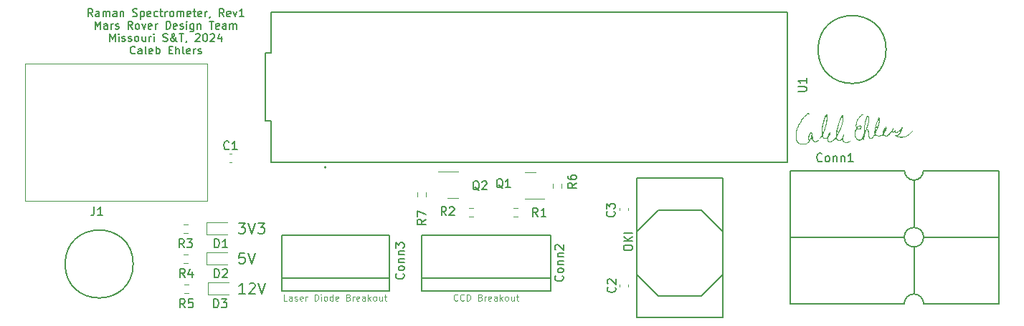
<source format=gbr>
%TF.GenerationSoftware,KiCad,Pcbnew,7.0.7*%
%TF.CreationDate,2023-11-02T23:29:56-05:00*%
%TF.ProjectId,Raman_Spectrometer_Board,52616d61-6e5f-4537-9065-6374726f6d65,rev?*%
%TF.SameCoordinates,Original*%
%TF.FileFunction,Legend,Top*%
%TF.FilePolarity,Positive*%
%FSLAX46Y46*%
G04 Gerber Fmt 4.6, Leading zero omitted, Abs format (unit mm)*
G04 Created by KiCad (PCBNEW 7.0.7) date 2023-11-02 23:29:56*
%MOMM*%
%LPD*%
G01*
G04 APERTURE LIST*
%ADD10C,0.203200*%
%ADD11C,0.076200*%
%ADD12C,0.150000*%
%ADD13C,0.120000*%
%ADD14C,0.127000*%
%ADD15C,0.200000*%
G04 APERTURE END LIST*
D10*
X47700112Y-62064009D02*
X48486303Y-62064009D01*
X48486303Y-62064009D02*
X48062969Y-62547818D01*
X48062969Y-62547818D02*
X48244398Y-62547818D01*
X48244398Y-62547818D02*
X48365350Y-62608294D01*
X48365350Y-62608294D02*
X48425826Y-62668771D01*
X48425826Y-62668771D02*
X48486303Y-62789723D01*
X48486303Y-62789723D02*
X48486303Y-63092104D01*
X48486303Y-63092104D02*
X48425826Y-63213056D01*
X48425826Y-63213056D02*
X48365350Y-63273533D01*
X48365350Y-63273533D02*
X48244398Y-63334009D01*
X48244398Y-63334009D02*
X47881541Y-63334009D01*
X47881541Y-63334009D02*
X47760588Y-63273533D01*
X47760588Y-63273533D02*
X47700112Y-63213056D01*
X48849160Y-62064009D02*
X49272493Y-63334009D01*
X49272493Y-63334009D02*
X49695827Y-62064009D01*
X49998207Y-62064009D02*
X50784398Y-62064009D01*
X50784398Y-62064009D02*
X50361064Y-62547818D01*
X50361064Y-62547818D02*
X50542493Y-62547818D01*
X50542493Y-62547818D02*
X50663445Y-62608294D01*
X50663445Y-62608294D02*
X50723921Y-62668771D01*
X50723921Y-62668771D02*
X50784398Y-62789723D01*
X50784398Y-62789723D02*
X50784398Y-63092104D01*
X50784398Y-63092104D02*
X50723921Y-63213056D01*
X50723921Y-63213056D02*
X50663445Y-63273533D01*
X50663445Y-63273533D02*
X50542493Y-63334009D01*
X50542493Y-63334009D02*
X50179636Y-63334009D01*
X50179636Y-63334009D02*
X50058683Y-63273533D01*
X50058683Y-63273533D02*
X49998207Y-63213056D01*
X30472744Y-37624975D02*
X30167944Y-37189547D01*
X29950230Y-37624975D02*
X29950230Y-36710575D01*
X29950230Y-36710575D02*
X30298573Y-36710575D01*
X30298573Y-36710575D02*
X30385658Y-36754118D01*
X30385658Y-36754118D02*
X30429201Y-36797661D01*
X30429201Y-36797661D02*
X30472744Y-36884747D01*
X30472744Y-36884747D02*
X30472744Y-37015375D01*
X30472744Y-37015375D02*
X30429201Y-37102461D01*
X30429201Y-37102461D02*
X30385658Y-37146004D01*
X30385658Y-37146004D02*
X30298573Y-37189547D01*
X30298573Y-37189547D02*
X29950230Y-37189547D01*
X31256516Y-37624975D02*
X31256516Y-37146004D01*
X31256516Y-37146004D02*
X31212973Y-37058918D01*
X31212973Y-37058918D02*
X31125887Y-37015375D01*
X31125887Y-37015375D02*
X30951716Y-37015375D01*
X30951716Y-37015375D02*
X30864630Y-37058918D01*
X31256516Y-37581433D02*
X31169430Y-37624975D01*
X31169430Y-37624975D02*
X30951716Y-37624975D01*
X30951716Y-37624975D02*
X30864630Y-37581433D01*
X30864630Y-37581433D02*
X30821087Y-37494347D01*
X30821087Y-37494347D02*
X30821087Y-37407261D01*
X30821087Y-37407261D02*
X30864630Y-37320175D01*
X30864630Y-37320175D02*
X30951716Y-37276633D01*
X30951716Y-37276633D02*
X31169430Y-37276633D01*
X31169430Y-37276633D02*
X31256516Y-37233090D01*
X31691944Y-37624975D02*
X31691944Y-37015375D01*
X31691944Y-37102461D02*
X31735487Y-37058918D01*
X31735487Y-37058918D02*
X31822572Y-37015375D01*
X31822572Y-37015375D02*
X31953201Y-37015375D01*
X31953201Y-37015375D02*
X32040287Y-37058918D01*
X32040287Y-37058918D02*
X32083830Y-37146004D01*
X32083830Y-37146004D02*
X32083830Y-37624975D01*
X32083830Y-37146004D02*
X32127372Y-37058918D01*
X32127372Y-37058918D02*
X32214458Y-37015375D01*
X32214458Y-37015375D02*
X32345087Y-37015375D01*
X32345087Y-37015375D02*
X32432172Y-37058918D01*
X32432172Y-37058918D02*
X32475715Y-37146004D01*
X32475715Y-37146004D02*
X32475715Y-37624975D01*
X33303030Y-37624975D02*
X33303030Y-37146004D01*
X33303030Y-37146004D02*
X33259487Y-37058918D01*
X33259487Y-37058918D02*
X33172401Y-37015375D01*
X33172401Y-37015375D02*
X32998230Y-37015375D01*
X32998230Y-37015375D02*
X32911144Y-37058918D01*
X33303030Y-37581433D02*
X33215944Y-37624975D01*
X33215944Y-37624975D02*
X32998230Y-37624975D01*
X32998230Y-37624975D02*
X32911144Y-37581433D01*
X32911144Y-37581433D02*
X32867601Y-37494347D01*
X32867601Y-37494347D02*
X32867601Y-37407261D01*
X32867601Y-37407261D02*
X32911144Y-37320175D01*
X32911144Y-37320175D02*
X32998230Y-37276633D01*
X32998230Y-37276633D02*
X33215944Y-37276633D01*
X33215944Y-37276633D02*
X33303030Y-37233090D01*
X33738458Y-37015375D02*
X33738458Y-37624975D01*
X33738458Y-37102461D02*
X33782001Y-37058918D01*
X33782001Y-37058918D02*
X33869086Y-37015375D01*
X33869086Y-37015375D02*
X33999715Y-37015375D01*
X33999715Y-37015375D02*
X34086801Y-37058918D01*
X34086801Y-37058918D02*
X34130344Y-37146004D01*
X34130344Y-37146004D02*
X34130344Y-37624975D01*
X35218915Y-37581433D02*
X35349544Y-37624975D01*
X35349544Y-37624975D02*
X35567258Y-37624975D01*
X35567258Y-37624975D02*
X35654344Y-37581433D01*
X35654344Y-37581433D02*
X35697886Y-37537890D01*
X35697886Y-37537890D02*
X35741429Y-37450804D01*
X35741429Y-37450804D02*
X35741429Y-37363718D01*
X35741429Y-37363718D02*
X35697886Y-37276633D01*
X35697886Y-37276633D02*
X35654344Y-37233090D01*
X35654344Y-37233090D02*
X35567258Y-37189547D01*
X35567258Y-37189547D02*
X35393086Y-37146004D01*
X35393086Y-37146004D02*
X35306001Y-37102461D01*
X35306001Y-37102461D02*
X35262458Y-37058918D01*
X35262458Y-37058918D02*
X35218915Y-36971833D01*
X35218915Y-36971833D02*
X35218915Y-36884747D01*
X35218915Y-36884747D02*
X35262458Y-36797661D01*
X35262458Y-36797661D02*
X35306001Y-36754118D01*
X35306001Y-36754118D02*
X35393086Y-36710575D01*
X35393086Y-36710575D02*
X35610801Y-36710575D01*
X35610801Y-36710575D02*
X35741429Y-36754118D01*
X36133315Y-37015375D02*
X36133315Y-37929775D01*
X36133315Y-37058918D02*
X36220401Y-37015375D01*
X36220401Y-37015375D02*
X36394572Y-37015375D01*
X36394572Y-37015375D02*
X36481658Y-37058918D01*
X36481658Y-37058918D02*
X36525201Y-37102461D01*
X36525201Y-37102461D02*
X36568743Y-37189547D01*
X36568743Y-37189547D02*
X36568743Y-37450804D01*
X36568743Y-37450804D02*
X36525201Y-37537890D01*
X36525201Y-37537890D02*
X36481658Y-37581433D01*
X36481658Y-37581433D02*
X36394572Y-37624975D01*
X36394572Y-37624975D02*
X36220401Y-37624975D01*
X36220401Y-37624975D02*
X36133315Y-37581433D01*
X37308972Y-37581433D02*
X37221886Y-37624975D01*
X37221886Y-37624975D02*
X37047715Y-37624975D01*
X37047715Y-37624975D02*
X36960629Y-37581433D01*
X36960629Y-37581433D02*
X36917086Y-37494347D01*
X36917086Y-37494347D02*
X36917086Y-37146004D01*
X36917086Y-37146004D02*
X36960629Y-37058918D01*
X36960629Y-37058918D02*
X37047715Y-37015375D01*
X37047715Y-37015375D02*
X37221886Y-37015375D01*
X37221886Y-37015375D02*
X37308972Y-37058918D01*
X37308972Y-37058918D02*
X37352515Y-37146004D01*
X37352515Y-37146004D02*
X37352515Y-37233090D01*
X37352515Y-37233090D02*
X36917086Y-37320175D01*
X38136286Y-37581433D02*
X38049200Y-37624975D01*
X38049200Y-37624975D02*
X37875028Y-37624975D01*
X37875028Y-37624975D02*
X37787943Y-37581433D01*
X37787943Y-37581433D02*
X37744400Y-37537890D01*
X37744400Y-37537890D02*
X37700857Y-37450804D01*
X37700857Y-37450804D02*
X37700857Y-37189547D01*
X37700857Y-37189547D02*
X37744400Y-37102461D01*
X37744400Y-37102461D02*
X37787943Y-37058918D01*
X37787943Y-37058918D02*
X37875028Y-37015375D01*
X37875028Y-37015375D02*
X38049200Y-37015375D01*
X38049200Y-37015375D02*
X38136286Y-37058918D01*
X38397542Y-37015375D02*
X38745885Y-37015375D01*
X38528171Y-36710575D02*
X38528171Y-37494347D01*
X38528171Y-37494347D02*
X38571714Y-37581433D01*
X38571714Y-37581433D02*
X38658799Y-37624975D01*
X38658799Y-37624975D02*
X38745885Y-37624975D01*
X39050685Y-37624975D02*
X39050685Y-37015375D01*
X39050685Y-37189547D02*
X39094228Y-37102461D01*
X39094228Y-37102461D02*
X39137771Y-37058918D01*
X39137771Y-37058918D02*
X39224856Y-37015375D01*
X39224856Y-37015375D02*
X39311942Y-37015375D01*
X39747370Y-37624975D02*
X39660285Y-37581433D01*
X39660285Y-37581433D02*
X39616742Y-37537890D01*
X39616742Y-37537890D02*
X39573199Y-37450804D01*
X39573199Y-37450804D02*
X39573199Y-37189547D01*
X39573199Y-37189547D02*
X39616742Y-37102461D01*
X39616742Y-37102461D02*
X39660285Y-37058918D01*
X39660285Y-37058918D02*
X39747370Y-37015375D01*
X39747370Y-37015375D02*
X39877999Y-37015375D01*
X39877999Y-37015375D02*
X39965085Y-37058918D01*
X39965085Y-37058918D02*
X40008628Y-37102461D01*
X40008628Y-37102461D02*
X40052170Y-37189547D01*
X40052170Y-37189547D02*
X40052170Y-37450804D01*
X40052170Y-37450804D02*
X40008628Y-37537890D01*
X40008628Y-37537890D02*
X39965085Y-37581433D01*
X39965085Y-37581433D02*
X39877999Y-37624975D01*
X39877999Y-37624975D02*
X39747370Y-37624975D01*
X40444056Y-37624975D02*
X40444056Y-37015375D01*
X40444056Y-37102461D02*
X40487599Y-37058918D01*
X40487599Y-37058918D02*
X40574684Y-37015375D01*
X40574684Y-37015375D02*
X40705313Y-37015375D01*
X40705313Y-37015375D02*
X40792399Y-37058918D01*
X40792399Y-37058918D02*
X40835942Y-37146004D01*
X40835942Y-37146004D02*
X40835942Y-37624975D01*
X40835942Y-37146004D02*
X40879484Y-37058918D01*
X40879484Y-37058918D02*
X40966570Y-37015375D01*
X40966570Y-37015375D02*
X41097199Y-37015375D01*
X41097199Y-37015375D02*
X41184284Y-37058918D01*
X41184284Y-37058918D02*
X41227827Y-37146004D01*
X41227827Y-37146004D02*
X41227827Y-37624975D01*
X42011599Y-37581433D02*
X41924513Y-37624975D01*
X41924513Y-37624975D02*
X41750342Y-37624975D01*
X41750342Y-37624975D02*
X41663256Y-37581433D01*
X41663256Y-37581433D02*
X41619713Y-37494347D01*
X41619713Y-37494347D02*
X41619713Y-37146004D01*
X41619713Y-37146004D02*
X41663256Y-37058918D01*
X41663256Y-37058918D02*
X41750342Y-37015375D01*
X41750342Y-37015375D02*
X41924513Y-37015375D01*
X41924513Y-37015375D02*
X42011599Y-37058918D01*
X42011599Y-37058918D02*
X42055142Y-37146004D01*
X42055142Y-37146004D02*
X42055142Y-37233090D01*
X42055142Y-37233090D02*
X41619713Y-37320175D01*
X42316398Y-37015375D02*
X42664741Y-37015375D01*
X42447027Y-36710575D02*
X42447027Y-37494347D01*
X42447027Y-37494347D02*
X42490570Y-37581433D01*
X42490570Y-37581433D02*
X42577655Y-37624975D01*
X42577655Y-37624975D02*
X42664741Y-37624975D01*
X43317884Y-37581433D02*
X43230798Y-37624975D01*
X43230798Y-37624975D02*
X43056627Y-37624975D01*
X43056627Y-37624975D02*
X42969541Y-37581433D01*
X42969541Y-37581433D02*
X42925998Y-37494347D01*
X42925998Y-37494347D02*
X42925998Y-37146004D01*
X42925998Y-37146004D02*
X42969541Y-37058918D01*
X42969541Y-37058918D02*
X43056627Y-37015375D01*
X43056627Y-37015375D02*
X43230798Y-37015375D01*
X43230798Y-37015375D02*
X43317884Y-37058918D01*
X43317884Y-37058918D02*
X43361427Y-37146004D01*
X43361427Y-37146004D02*
X43361427Y-37233090D01*
X43361427Y-37233090D02*
X42925998Y-37320175D01*
X43753312Y-37624975D02*
X43753312Y-37015375D01*
X43753312Y-37189547D02*
X43796855Y-37102461D01*
X43796855Y-37102461D02*
X43840398Y-37058918D01*
X43840398Y-37058918D02*
X43927483Y-37015375D01*
X43927483Y-37015375D02*
X44014569Y-37015375D01*
X44362912Y-37581433D02*
X44362912Y-37624975D01*
X44362912Y-37624975D02*
X44319369Y-37712061D01*
X44319369Y-37712061D02*
X44275826Y-37755604D01*
X45973998Y-37624975D02*
X45669198Y-37189547D01*
X45451484Y-37624975D02*
X45451484Y-36710575D01*
X45451484Y-36710575D02*
X45799827Y-36710575D01*
X45799827Y-36710575D02*
X45886912Y-36754118D01*
X45886912Y-36754118D02*
X45930455Y-36797661D01*
X45930455Y-36797661D02*
X45973998Y-36884747D01*
X45973998Y-36884747D02*
X45973998Y-37015375D01*
X45973998Y-37015375D02*
X45930455Y-37102461D01*
X45930455Y-37102461D02*
X45886912Y-37146004D01*
X45886912Y-37146004D02*
X45799827Y-37189547D01*
X45799827Y-37189547D02*
X45451484Y-37189547D01*
X46714227Y-37581433D02*
X46627141Y-37624975D01*
X46627141Y-37624975D02*
X46452970Y-37624975D01*
X46452970Y-37624975D02*
X46365884Y-37581433D01*
X46365884Y-37581433D02*
X46322341Y-37494347D01*
X46322341Y-37494347D02*
X46322341Y-37146004D01*
X46322341Y-37146004D02*
X46365884Y-37058918D01*
X46365884Y-37058918D02*
X46452970Y-37015375D01*
X46452970Y-37015375D02*
X46627141Y-37015375D01*
X46627141Y-37015375D02*
X46714227Y-37058918D01*
X46714227Y-37058918D02*
X46757770Y-37146004D01*
X46757770Y-37146004D02*
X46757770Y-37233090D01*
X46757770Y-37233090D02*
X46322341Y-37320175D01*
X47062569Y-37015375D02*
X47280283Y-37624975D01*
X47280283Y-37624975D02*
X47497998Y-37015375D01*
X48325312Y-37624975D02*
X47802798Y-37624975D01*
X48064055Y-37624975D02*
X48064055Y-36710575D01*
X48064055Y-36710575D02*
X47976969Y-36841204D01*
X47976969Y-36841204D02*
X47889884Y-36928290D01*
X47889884Y-36928290D02*
X47802798Y-36971833D01*
X30777543Y-39097159D02*
X30777543Y-38182759D01*
X30777543Y-38182759D02*
X31082343Y-38835902D01*
X31082343Y-38835902D02*
X31387143Y-38182759D01*
X31387143Y-38182759D02*
X31387143Y-39097159D01*
X32214458Y-39097159D02*
X32214458Y-38618188D01*
X32214458Y-38618188D02*
X32170915Y-38531102D01*
X32170915Y-38531102D02*
X32083829Y-38487559D01*
X32083829Y-38487559D02*
X31909658Y-38487559D01*
X31909658Y-38487559D02*
X31822572Y-38531102D01*
X32214458Y-39053617D02*
X32127372Y-39097159D01*
X32127372Y-39097159D02*
X31909658Y-39097159D01*
X31909658Y-39097159D02*
X31822572Y-39053617D01*
X31822572Y-39053617D02*
X31779029Y-38966531D01*
X31779029Y-38966531D02*
X31779029Y-38879445D01*
X31779029Y-38879445D02*
X31822572Y-38792359D01*
X31822572Y-38792359D02*
X31909658Y-38748817D01*
X31909658Y-38748817D02*
X32127372Y-38748817D01*
X32127372Y-38748817D02*
X32214458Y-38705274D01*
X32649886Y-39097159D02*
X32649886Y-38487559D01*
X32649886Y-38661731D02*
X32693429Y-38574645D01*
X32693429Y-38574645D02*
X32736972Y-38531102D01*
X32736972Y-38531102D02*
X32824057Y-38487559D01*
X32824057Y-38487559D02*
X32911143Y-38487559D01*
X33172400Y-39053617D02*
X33259486Y-39097159D01*
X33259486Y-39097159D02*
X33433657Y-39097159D01*
X33433657Y-39097159D02*
X33520743Y-39053617D01*
X33520743Y-39053617D02*
X33564286Y-38966531D01*
X33564286Y-38966531D02*
X33564286Y-38922988D01*
X33564286Y-38922988D02*
X33520743Y-38835902D01*
X33520743Y-38835902D02*
X33433657Y-38792359D01*
X33433657Y-38792359D02*
X33303029Y-38792359D01*
X33303029Y-38792359D02*
X33215943Y-38748817D01*
X33215943Y-38748817D02*
X33172400Y-38661731D01*
X33172400Y-38661731D02*
X33172400Y-38618188D01*
X33172400Y-38618188D02*
X33215943Y-38531102D01*
X33215943Y-38531102D02*
X33303029Y-38487559D01*
X33303029Y-38487559D02*
X33433657Y-38487559D01*
X33433657Y-38487559D02*
X33520743Y-38531102D01*
X35175372Y-39097159D02*
X34870572Y-38661731D01*
X34652858Y-39097159D02*
X34652858Y-38182759D01*
X34652858Y-38182759D02*
X35001201Y-38182759D01*
X35001201Y-38182759D02*
X35088286Y-38226302D01*
X35088286Y-38226302D02*
X35131829Y-38269845D01*
X35131829Y-38269845D02*
X35175372Y-38356931D01*
X35175372Y-38356931D02*
X35175372Y-38487559D01*
X35175372Y-38487559D02*
X35131829Y-38574645D01*
X35131829Y-38574645D02*
X35088286Y-38618188D01*
X35088286Y-38618188D02*
X35001201Y-38661731D01*
X35001201Y-38661731D02*
X34652858Y-38661731D01*
X35697886Y-39097159D02*
X35610801Y-39053617D01*
X35610801Y-39053617D02*
X35567258Y-39010074D01*
X35567258Y-39010074D02*
X35523715Y-38922988D01*
X35523715Y-38922988D02*
X35523715Y-38661731D01*
X35523715Y-38661731D02*
X35567258Y-38574645D01*
X35567258Y-38574645D02*
X35610801Y-38531102D01*
X35610801Y-38531102D02*
X35697886Y-38487559D01*
X35697886Y-38487559D02*
X35828515Y-38487559D01*
X35828515Y-38487559D02*
X35915601Y-38531102D01*
X35915601Y-38531102D02*
X35959144Y-38574645D01*
X35959144Y-38574645D02*
X36002686Y-38661731D01*
X36002686Y-38661731D02*
X36002686Y-38922988D01*
X36002686Y-38922988D02*
X35959144Y-39010074D01*
X35959144Y-39010074D02*
X35915601Y-39053617D01*
X35915601Y-39053617D02*
X35828515Y-39097159D01*
X35828515Y-39097159D02*
X35697886Y-39097159D01*
X36307486Y-38487559D02*
X36525200Y-39097159D01*
X36525200Y-39097159D02*
X36742915Y-38487559D01*
X37439601Y-39053617D02*
X37352515Y-39097159D01*
X37352515Y-39097159D02*
X37178344Y-39097159D01*
X37178344Y-39097159D02*
X37091258Y-39053617D01*
X37091258Y-39053617D02*
X37047715Y-38966531D01*
X37047715Y-38966531D02*
X37047715Y-38618188D01*
X37047715Y-38618188D02*
X37091258Y-38531102D01*
X37091258Y-38531102D02*
X37178344Y-38487559D01*
X37178344Y-38487559D02*
X37352515Y-38487559D01*
X37352515Y-38487559D02*
X37439601Y-38531102D01*
X37439601Y-38531102D02*
X37483144Y-38618188D01*
X37483144Y-38618188D02*
X37483144Y-38705274D01*
X37483144Y-38705274D02*
X37047715Y-38792359D01*
X37875029Y-39097159D02*
X37875029Y-38487559D01*
X37875029Y-38661731D02*
X37918572Y-38574645D01*
X37918572Y-38574645D02*
X37962115Y-38531102D01*
X37962115Y-38531102D02*
X38049200Y-38487559D01*
X38049200Y-38487559D02*
X38136286Y-38487559D01*
X39137772Y-39097159D02*
X39137772Y-38182759D01*
X39137772Y-38182759D02*
X39355486Y-38182759D01*
X39355486Y-38182759D02*
X39486115Y-38226302D01*
X39486115Y-38226302D02*
X39573200Y-38313388D01*
X39573200Y-38313388D02*
X39616743Y-38400474D01*
X39616743Y-38400474D02*
X39660286Y-38574645D01*
X39660286Y-38574645D02*
X39660286Y-38705274D01*
X39660286Y-38705274D02*
X39616743Y-38879445D01*
X39616743Y-38879445D02*
X39573200Y-38966531D01*
X39573200Y-38966531D02*
X39486115Y-39053617D01*
X39486115Y-39053617D02*
X39355486Y-39097159D01*
X39355486Y-39097159D02*
X39137772Y-39097159D01*
X40400515Y-39053617D02*
X40313429Y-39097159D01*
X40313429Y-39097159D02*
X40139258Y-39097159D01*
X40139258Y-39097159D02*
X40052172Y-39053617D01*
X40052172Y-39053617D02*
X40008629Y-38966531D01*
X40008629Y-38966531D02*
X40008629Y-38618188D01*
X40008629Y-38618188D02*
X40052172Y-38531102D01*
X40052172Y-38531102D02*
X40139258Y-38487559D01*
X40139258Y-38487559D02*
X40313429Y-38487559D01*
X40313429Y-38487559D02*
X40400515Y-38531102D01*
X40400515Y-38531102D02*
X40444058Y-38618188D01*
X40444058Y-38618188D02*
X40444058Y-38705274D01*
X40444058Y-38705274D02*
X40008629Y-38792359D01*
X40792400Y-39053617D02*
X40879486Y-39097159D01*
X40879486Y-39097159D02*
X41053657Y-39097159D01*
X41053657Y-39097159D02*
X41140743Y-39053617D01*
X41140743Y-39053617D02*
X41184286Y-38966531D01*
X41184286Y-38966531D02*
X41184286Y-38922988D01*
X41184286Y-38922988D02*
X41140743Y-38835902D01*
X41140743Y-38835902D02*
X41053657Y-38792359D01*
X41053657Y-38792359D02*
X40923029Y-38792359D01*
X40923029Y-38792359D02*
X40835943Y-38748817D01*
X40835943Y-38748817D02*
X40792400Y-38661731D01*
X40792400Y-38661731D02*
X40792400Y-38618188D01*
X40792400Y-38618188D02*
X40835943Y-38531102D01*
X40835943Y-38531102D02*
X40923029Y-38487559D01*
X40923029Y-38487559D02*
X41053657Y-38487559D01*
X41053657Y-38487559D02*
X41140743Y-38531102D01*
X41576172Y-39097159D02*
X41576172Y-38487559D01*
X41576172Y-38182759D02*
X41532629Y-38226302D01*
X41532629Y-38226302D02*
X41576172Y-38269845D01*
X41576172Y-38269845D02*
X41619715Y-38226302D01*
X41619715Y-38226302D02*
X41576172Y-38182759D01*
X41576172Y-38182759D02*
X41576172Y-38269845D01*
X42403487Y-38487559D02*
X42403487Y-39227788D01*
X42403487Y-39227788D02*
X42359944Y-39314874D01*
X42359944Y-39314874D02*
X42316401Y-39358417D01*
X42316401Y-39358417D02*
X42229315Y-39401959D01*
X42229315Y-39401959D02*
X42098687Y-39401959D01*
X42098687Y-39401959D02*
X42011601Y-39358417D01*
X42403487Y-39053617D02*
X42316401Y-39097159D01*
X42316401Y-39097159D02*
X42142229Y-39097159D01*
X42142229Y-39097159D02*
X42055144Y-39053617D01*
X42055144Y-39053617D02*
X42011601Y-39010074D01*
X42011601Y-39010074D02*
X41968058Y-38922988D01*
X41968058Y-38922988D02*
X41968058Y-38661731D01*
X41968058Y-38661731D02*
X42011601Y-38574645D01*
X42011601Y-38574645D02*
X42055144Y-38531102D01*
X42055144Y-38531102D02*
X42142229Y-38487559D01*
X42142229Y-38487559D02*
X42316401Y-38487559D01*
X42316401Y-38487559D02*
X42403487Y-38531102D01*
X42838915Y-38487559D02*
X42838915Y-39097159D01*
X42838915Y-38574645D02*
X42882458Y-38531102D01*
X42882458Y-38531102D02*
X42969543Y-38487559D01*
X42969543Y-38487559D02*
X43100172Y-38487559D01*
X43100172Y-38487559D02*
X43187258Y-38531102D01*
X43187258Y-38531102D02*
X43230801Y-38618188D01*
X43230801Y-38618188D02*
X43230801Y-39097159D01*
X44232286Y-38182759D02*
X44754801Y-38182759D01*
X44493543Y-39097159D02*
X44493543Y-38182759D01*
X45407944Y-39053617D02*
X45320858Y-39097159D01*
X45320858Y-39097159D02*
X45146687Y-39097159D01*
X45146687Y-39097159D02*
X45059601Y-39053617D01*
X45059601Y-39053617D02*
X45016058Y-38966531D01*
X45016058Y-38966531D02*
X45016058Y-38618188D01*
X45016058Y-38618188D02*
X45059601Y-38531102D01*
X45059601Y-38531102D02*
X45146687Y-38487559D01*
X45146687Y-38487559D02*
X45320858Y-38487559D01*
X45320858Y-38487559D02*
X45407944Y-38531102D01*
X45407944Y-38531102D02*
X45451487Y-38618188D01*
X45451487Y-38618188D02*
X45451487Y-38705274D01*
X45451487Y-38705274D02*
X45016058Y-38792359D01*
X46235258Y-39097159D02*
X46235258Y-38618188D01*
X46235258Y-38618188D02*
X46191715Y-38531102D01*
X46191715Y-38531102D02*
X46104629Y-38487559D01*
X46104629Y-38487559D02*
X45930458Y-38487559D01*
X45930458Y-38487559D02*
X45843372Y-38531102D01*
X46235258Y-39053617D02*
X46148172Y-39097159D01*
X46148172Y-39097159D02*
X45930458Y-39097159D01*
X45930458Y-39097159D02*
X45843372Y-39053617D01*
X45843372Y-39053617D02*
X45799829Y-38966531D01*
X45799829Y-38966531D02*
X45799829Y-38879445D01*
X45799829Y-38879445D02*
X45843372Y-38792359D01*
X45843372Y-38792359D02*
X45930458Y-38748817D01*
X45930458Y-38748817D02*
X46148172Y-38748817D01*
X46148172Y-38748817D02*
X46235258Y-38705274D01*
X46670686Y-39097159D02*
X46670686Y-38487559D01*
X46670686Y-38574645D02*
X46714229Y-38531102D01*
X46714229Y-38531102D02*
X46801314Y-38487559D01*
X46801314Y-38487559D02*
X46931943Y-38487559D01*
X46931943Y-38487559D02*
X47019029Y-38531102D01*
X47019029Y-38531102D02*
X47062572Y-38618188D01*
X47062572Y-38618188D02*
X47062572Y-39097159D01*
X47062572Y-38618188D02*
X47106114Y-38531102D01*
X47106114Y-38531102D02*
X47193200Y-38487559D01*
X47193200Y-38487559D02*
X47323829Y-38487559D01*
X47323829Y-38487559D02*
X47410914Y-38531102D01*
X47410914Y-38531102D02*
X47454457Y-38618188D01*
X47454457Y-38618188D02*
X47454457Y-39097159D01*
X32519256Y-40569343D02*
X32519256Y-39654943D01*
X32519256Y-39654943D02*
X32824056Y-40308086D01*
X32824056Y-40308086D02*
X33128856Y-39654943D01*
X33128856Y-39654943D02*
X33128856Y-40569343D01*
X33564285Y-40569343D02*
X33564285Y-39959743D01*
X33564285Y-39654943D02*
X33520742Y-39698486D01*
X33520742Y-39698486D02*
X33564285Y-39742029D01*
X33564285Y-39742029D02*
X33607828Y-39698486D01*
X33607828Y-39698486D02*
X33564285Y-39654943D01*
X33564285Y-39654943D02*
X33564285Y-39742029D01*
X33956171Y-40525801D02*
X34043257Y-40569343D01*
X34043257Y-40569343D02*
X34217428Y-40569343D01*
X34217428Y-40569343D02*
X34304514Y-40525801D01*
X34304514Y-40525801D02*
X34348057Y-40438715D01*
X34348057Y-40438715D02*
X34348057Y-40395172D01*
X34348057Y-40395172D02*
X34304514Y-40308086D01*
X34304514Y-40308086D02*
X34217428Y-40264543D01*
X34217428Y-40264543D02*
X34086800Y-40264543D01*
X34086800Y-40264543D02*
X33999714Y-40221001D01*
X33999714Y-40221001D02*
X33956171Y-40133915D01*
X33956171Y-40133915D02*
X33956171Y-40090372D01*
X33956171Y-40090372D02*
X33999714Y-40003286D01*
X33999714Y-40003286D02*
X34086800Y-39959743D01*
X34086800Y-39959743D02*
X34217428Y-39959743D01*
X34217428Y-39959743D02*
X34304514Y-40003286D01*
X34696400Y-40525801D02*
X34783486Y-40569343D01*
X34783486Y-40569343D02*
X34957657Y-40569343D01*
X34957657Y-40569343D02*
X35044743Y-40525801D01*
X35044743Y-40525801D02*
X35088286Y-40438715D01*
X35088286Y-40438715D02*
X35088286Y-40395172D01*
X35088286Y-40395172D02*
X35044743Y-40308086D01*
X35044743Y-40308086D02*
X34957657Y-40264543D01*
X34957657Y-40264543D02*
X34827029Y-40264543D01*
X34827029Y-40264543D02*
X34739943Y-40221001D01*
X34739943Y-40221001D02*
X34696400Y-40133915D01*
X34696400Y-40133915D02*
X34696400Y-40090372D01*
X34696400Y-40090372D02*
X34739943Y-40003286D01*
X34739943Y-40003286D02*
X34827029Y-39959743D01*
X34827029Y-39959743D02*
X34957657Y-39959743D01*
X34957657Y-39959743D02*
X35044743Y-40003286D01*
X35610800Y-40569343D02*
X35523715Y-40525801D01*
X35523715Y-40525801D02*
X35480172Y-40482258D01*
X35480172Y-40482258D02*
X35436629Y-40395172D01*
X35436629Y-40395172D02*
X35436629Y-40133915D01*
X35436629Y-40133915D02*
X35480172Y-40046829D01*
X35480172Y-40046829D02*
X35523715Y-40003286D01*
X35523715Y-40003286D02*
X35610800Y-39959743D01*
X35610800Y-39959743D02*
X35741429Y-39959743D01*
X35741429Y-39959743D02*
X35828515Y-40003286D01*
X35828515Y-40003286D02*
X35872058Y-40046829D01*
X35872058Y-40046829D02*
X35915600Y-40133915D01*
X35915600Y-40133915D02*
X35915600Y-40395172D01*
X35915600Y-40395172D02*
X35872058Y-40482258D01*
X35872058Y-40482258D02*
X35828515Y-40525801D01*
X35828515Y-40525801D02*
X35741429Y-40569343D01*
X35741429Y-40569343D02*
X35610800Y-40569343D01*
X36699372Y-39959743D02*
X36699372Y-40569343D01*
X36307486Y-39959743D02*
X36307486Y-40438715D01*
X36307486Y-40438715D02*
X36351029Y-40525801D01*
X36351029Y-40525801D02*
X36438114Y-40569343D01*
X36438114Y-40569343D02*
X36568743Y-40569343D01*
X36568743Y-40569343D02*
X36655829Y-40525801D01*
X36655829Y-40525801D02*
X36699372Y-40482258D01*
X37134800Y-40569343D02*
X37134800Y-39959743D01*
X37134800Y-40133915D02*
X37178343Y-40046829D01*
X37178343Y-40046829D02*
X37221886Y-40003286D01*
X37221886Y-40003286D02*
X37308971Y-39959743D01*
X37308971Y-39959743D02*
X37396057Y-39959743D01*
X37700857Y-40569343D02*
X37700857Y-39959743D01*
X37700857Y-39654943D02*
X37657314Y-39698486D01*
X37657314Y-39698486D02*
X37700857Y-39742029D01*
X37700857Y-39742029D02*
X37744400Y-39698486D01*
X37744400Y-39698486D02*
X37700857Y-39654943D01*
X37700857Y-39654943D02*
X37700857Y-39742029D01*
X38789429Y-40525801D02*
X38920058Y-40569343D01*
X38920058Y-40569343D02*
X39137772Y-40569343D01*
X39137772Y-40569343D02*
X39224858Y-40525801D01*
X39224858Y-40525801D02*
X39268400Y-40482258D01*
X39268400Y-40482258D02*
X39311943Y-40395172D01*
X39311943Y-40395172D02*
X39311943Y-40308086D01*
X39311943Y-40308086D02*
X39268400Y-40221001D01*
X39268400Y-40221001D02*
X39224858Y-40177458D01*
X39224858Y-40177458D02*
X39137772Y-40133915D01*
X39137772Y-40133915D02*
X38963600Y-40090372D01*
X38963600Y-40090372D02*
X38876515Y-40046829D01*
X38876515Y-40046829D02*
X38832972Y-40003286D01*
X38832972Y-40003286D02*
X38789429Y-39916201D01*
X38789429Y-39916201D02*
X38789429Y-39829115D01*
X38789429Y-39829115D02*
X38832972Y-39742029D01*
X38832972Y-39742029D02*
X38876515Y-39698486D01*
X38876515Y-39698486D02*
X38963600Y-39654943D01*
X38963600Y-39654943D02*
X39181315Y-39654943D01*
X39181315Y-39654943D02*
X39311943Y-39698486D01*
X40444057Y-40569343D02*
X40400515Y-40569343D01*
X40400515Y-40569343D02*
X40313429Y-40525801D01*
X40313429Y-40525801D02*
X40182800Y-40395172D01*
X40182800Y-40395172D02*
X39965086Y-40133915D01*
X39965086Y-40133915D02*
X39878000Y-40003286D01*
X39878000Y-40003286D02*
X39834457Y-39872658D01*
X39834457Y-39872658D02*
X39834457Y-39785572D01*
X39834457Y-39785572D02*
X39878000Y-39698486D01*
X39878000Y-39698486D02*
X39965086Y-39654943D01*
X39965086Y-39654943D02*
X40008629Y-39654943D01*
X40008629Y-39654943D02*
X40095715Y-39698486D01*
X40095715Y-39698486D02*
X40139257Y-39785572D01*
X40139257Y-39785572D02*
X40139257Y-39829115D01*
X40139257Y-39829115D02*
X40095715Y-39916201D01*
X40095715Y-39916201D02*
X40052172Y-39959743D01*
X40052172Y-39959743D02*
X39790915Y-40133915D01*
X39790915Y-40133915D02*
X39747372Y-40177458D01*
X39747372Y-40177458D02*
X39703829Y-40264543D01*
X39703829Y-40264543D02*
X39703829Y-40395172D01*
X39703829Y-40395172D02*
X39747372Y-40482258D01*
X39747372Y-40482258D02*
X39790915Y-40525801D01*
X39790915Y-40525801D02*
X39878000Y-40569343D01*
X39878000Y-40569343D02*
X40008629Y-40569343D01*
X40008629Y-40569343D02*
X40095715Y-40525801D01*
X40095715Y-40525801D02*
X40139257Y-40482258D01*
X40139257Y-40482258D02*
X40269886Y-40308086D01*
X40269886Y-40308086D02*
X40313429Y-40177458D01*
X40313429Y-40177458D02*
X40313429Y-40090372D01*
X40705314Y-39654943D02*
X41227829Y-39654943D01*
X40966571Y-40569343D02*
X40966571Y-39654943D01*
X41576172Y-40525801D02*
X41576172Y-40569343D01*
X41576172Y-40569343D02*
X41532629Y-40656429D01*
X41532629Y-40656429D02*
X41489086Y-40699972D01*
X42621201Y-39742029D02*
X42664744Y-39698486D01*
X42664744Y-39698486D02*
X42751830Y-39654943D01*
X42751830Y-39654943D02*
X42969544Y-39654943D01*
X42969544Y-39654943D02*
X43056630Y-39698486D01*
X43056630Y-39698486D02*
X43100172Y-39742029D01*
X43100172Y-39742029D02*
X43143715Y-39829115D01*
X43143715Y-39829115D02*
X43143715Y-39916201D01*
X43143715Y-39916201D02*
X43100172Y-40046829D01*
X43100172Y-40046829D02*
X42577658Y-40569343D01*
X42577658Y-40569343D02*
X43143715Y-40569343D01*
X43709772Y-39654943D02*
X43796858Y-39654943D01*
X43796858Y-39654943D02*
X43883944Y-39698486D01*
X43883944Y-39698486D02*
X43927487Y-39742029D01*
X43927487Y-39742029D02*
X43971029Y-39829115D01*
X43971029Y-39829115D02*
X44014572Y-40003286D01*
X44014572Y-40003286D02*
X44014572Y-40221001D01*
X44014572Y-40221001D02*
X43971029Y-40395172D01*
X43971029Y-40395172D02*
X43927487Y-40482258D01*
X43927487Y-40482258D02*
X43883944Y-40525801D01*
X43883944Y-40525801D02*
X43796858Y-40569343D01*
X43796858Y-40569343D02*
X43709772Y-40569343D01*
X43709772Y-40569343D02*
X43622687Y-40525801D01*
X43622687Y-40525801D02*
X43579144Y-40482258D01*
X43579144Y-40482258D02*
X43535601Y-40395172D01*
X43535601Y-40395172D02*
X43492058Y-40221001D01*
X43492058Y-40221001D02*
X43492058Y-40003286D01*
X43492058Y-40003286D02*
X43535601Y-39829115D01*
X43535601Y-39829115D02*
X43579144Y-39742029D01*
X43579144Y-39742029D02*
X43622687Y-39698486D01*
X43622687Y-39698486D02*
X43709772Y-39654943D01*
X44362915Y-39742029D02*
X44406458Y-39698486D01*
X44406458Y-39698486D02*
X44493544Y-39654943D01*
X44493544Y-39654943D02*
X44711258Y-39654943D01*
X44711258Y-39654943D02*
X44798344Y-39698486D01*
X44798344Y-39698486D02*
X44841886Y-39742029D01*
X44841886Y-39742029D02*
X44885429Y-39829115D01*
X44885429Y-39829115D02*
X44885429Y-39916201D01*
X44885429Y-39916201D02*
X44841886Y-40046829D01*
X44841886Y-40046829D02*
X44319372Y-40569343D01*
X44319372Y-40569343D02*
X44885429Y-40569343D01*
X45669201Y-39959743D02*
X45669201Y-40569343D01*
X45451486Y-39611401D02*
X45233772Y-40264543D01*
X45233772Y-40264543D02*
X45799829Y-40264543D01*
X35480172Y-41954442D02*
X35436629Y-41997985D01*
X35436629Y-41997985D02*
X35306001Y-42041527D01*
X35306001Y-42041527D02*
X35218915Y-42041527D01*
X35218915Y-42041527D02*
X35088286Y-41997985D01*
X35088286Y-41997985D02*
X35001201Y-41910899D01*
X35001201Y-41910899D02*
X34957658Y-41823813D01*
X34957658Y-41823813D02*
X34914115Y-41649642D01*
X34914115Y-41649642D02*
X34914115Y-41519013D01*
X34914115Y-41519013D02*
X34957658Y-41344842D01*
X34957658Y-41344842D02*
X35001201Y-41257756D01*
X35001201Y-41257756D02*
X35088286Y-41170670D01*
X35088286Y-41170670D02*
X35218915Y-41127127D01*
X35218915Y-41127127D02*
X35306001Y-41127127D01*
X35306001Y-41127127D02*
X35436629Y-41170670D01*
X35436629Y-41170670D02*
X35480172Y-41214213D01*
X36263944Y-42041527D02*
X36263944Y-41562556D01*
X36263944Y-41562556D02*
X36220401Y-41475470D01*
X36220401Y-41475470D02*
X36133315Y-41431927D01*
X36133315Y-41431927D02*
X35959144Y-41431927D01*
X35959144Y-41431927D02*
X35872058Y-41475470D01*
X36263944Y-41997985D02*
X36176858Y-42041527D01*
X36176858Y-42041527D02*
X35959144Y-42041527D01*
X35959144Y-42041527D02*
X35872058Y-41997985D01*
X35872058Y-41997985D02*
X35828515Y-41910899D01*
X35828515Y-41910899D02*
X35828515Y-41823813D01*
X35828515Y-41823813D02*
X35872058Y-41736727D01*
X35872058Y-41736727D02*
X35959144Y-41693185D01*
X35959144Y-41693185D02*
X36176858Y-41693185D01*
X36176858Y-41693185D02*
X36263944Y-41649642D01*
X36830000Y-42041527D02*
X36742915Y-41997985D01*
X36742915Y-41997985D02*
X36699372Y-41910899D01*
X36699372Y-41910899D02*
X36699372Y-41127127D01*
X37526686Y-41997985D02*
X37439600Y-42041527D01*
X37439600Y-42041527D02*
X37265429Y-42041527D01*
X37265429Y-42041527D02*
X37178343Y-41997985D01*
X37178343Y-41997985D02*
X37134800Y-41910899D01*
X37134800Y-41910899D02*
X37134800Y-41562556D01*
X37134800Y-41562556D02*
X37178343Y-41475470D01*
X37178343Y-41475470D02*
X37265429Y-41431927D01*
X37265429Y-41431927D02*
X37439600Y-41431927D01*
X37439600Y-41431927D02*
X37526686Y-41475470D01*
X37526686Y-41475470D02*
X37570229Y-41562556D01*
X37570229Y-41562556D02*
X37570229Y-41649642D01*
X37570229Y-41649642D02*
X37134800Y-41736727D01*
X37962114Y-42041527D02*
X37962114Y-41127127D01*
X37962114Y-41475470D02*
X38049200Y-41431927D01*
X38049200Y-41431927D02*
X38223371Y-41431927D01*
X38223371Y-41431927D02*
X38310457Y-41475470D01*
X38310457Y-41475470D02*
X38354000Y-41519013D01*
X38354000Y-41519013D02*
X38397542Y-41606099D01*
X38397542Y-41606099D02*
X38397542Y-41867356D01*
X38397542Y-41867356D02*
X38354000Y-41954442D01*
X38354000Y-41954442D02*
X38310457Y-41997985D01*
X38310457Y-41997985D02*
X38223371Y-42041527D01*
X38223371Y-42041527D02*
X38049200Y-42041527D01*
X38049200Y-42041527D02*
X37962114Y-41997985D01*
X39486114Y-41562556D02*
X39790914Y-41562556D01*
X39921542Y-42041527D02*
X39486114Y-42041527D01*
X39486114Y-42041527D02*
X39486114Y-41127127D01*
X39486114Y-41127127D02*
X39921542Y-41127127D01*
X40313428Y-42041527D02*
X40313428Y-41127127D01*
X40705314Y-42041527D02*
X40705314Y-41562556D01*
X40705314Y-41562556D02*
X40661771Y-41475470D01*
X40661771Y-41475470D02*
X40574685Y-41431927D01*
X40574685Y-41431927D02*
X40444056Y-41431927D01*
X40444056Y-41431927D02*
X40356971Y-41475470D01*
X40356971Y-41475470D02*
X40313428Y-41519013D01*
X41271370Y-42041527D02*
X41184285Y-41997985D01*
X41184285Y-41997985D02*
X41140742Y-41910899D01*
X41140742Y-41910899D02*
X41140742Y-41127127D01*
X41968056Y-41997985D02*
X41880970Y-42041527D01*
X41880970Y-42041527D02*
X41706799Y-42041527D01*
X41706799Y-42041527D02*
X41619713Y-41997985D01*
X41619713Y-41997985D02*
X41576170Y-41910899D01*
X41576170Y-41910899D02*
X41576170Y-41562556D01*
X41576170Y-41562556D02*
X41619713Y-41475470D01*
X41619713Y-41475470D02*
X41706799Y-41431927D01*
X41706799Y-41431927D02*
X41880970Y-41431927D01*
X41880970Y-41431927D02*
X41968056Y-41475470D01*
X41968056Y-41475470D02*
X42011599Y-41562556D01*
X42011599Y-41562556D02*
X42011599Y-41649642D01*
X42011599Y-41649642D02*
X41576170Y-41736727D01*
X42403484Y-42041527D02*
X42403484Y-41431927D01*
X42403484Y-41606099D02*
X42447027Y-41519013D01*
X42447027Y-41519013D02*
X42490570Y-41475470D01*
X42490570Y-41475470D02*
X42577655Y-41431927D01*
X42577655Y-41431927D02*
X42664741Y-41431927D01*
X42925998Y-41997985D02*
X43013084Y-42041527D01*
X43013084Y-42041527D02*
X43187255Y-42041527D01*
X43187255Y-42041527D02*
X43274341Y-41997985D01*
X43274341Y-41997985D02*
X43317884Y-41910899D01*
X43317884Y-41910899D02*
X43317884Y-41867356D01*
X43317884Y-41867356D02*
X43274341Y-41780270D01*
X43274341Y-41780270D02*
X43187255Y-41736727D01*
X43187255Y-41736727D02*
X43056627Y-41736727D01*
X43056627Y-41736727D02*
X42969541Y-41693185D01*
X42969541Y-41693185D02*
X42925998Y-41606099D01*
X42925998Y-41606099D02*
X42925998Y-41562556D01*
X42925998Y-41562556D02*
X42969541Y-41475470D01*
X42969541Y-41475470D02*
X43056627Y-41431927D01*
X43056627Y-41431927D02*
X43187255Y-41431927D01*
X43187255Y-41431927D02*
X43274341Y-41475470D01*
X48486303Y-70446009D02*
X47760588Y-70446009D01*
X48123445Y-70446009D02*
X48123445Y-69176009D01*
X48123445Y-69176009D02*
X48002493Y-69357437D01*
X48002493Y-69357437D02*
X47881541Y-69478390D01*
X47881541Y-69478390D02*
X47760588Y-69538866D01*
X48970112Y-69296961D02*
X49030588Y-69236485D01*
X49030588Y-69236485D02*
X49151541Y-69176009D01*
X49151541Y-69176009D02*
X49453922Y-69176009D01*
X49453922Y-69176009D02*
X49574874Y-69236485D01*
X49574874Y-69236485D02*
X49635350Y-69296961D01*
X49635350Y-69296961D02*
X49695827Y-69417913D01*
X49695827Y-69417913D02*
X49695827Y-69538866D01*
X49695827Y-69538866D02*
X49635350Y-69720294D01*
X49635350Y-69720294D02*
X48909636Y-70446009D01*
X48909636Y-70446009D02*
X49695827Y-70446009D01*
X50058684Y-69176009D02*
X50482017Y-70446009D01*
X50482017Y-70446009D02*
X50905351Y-69176009D01*
D11*
X73564988Y-71204211D02*
X73528702Y-71240497D01*
X73528702Y-71240497D02*
X73419845Y-71276782D01*
X73419845Y-71276782D02*
X73347273Y-71276782D01*
X73347273Y-71276782D02*
X73238416Y-71240497D01*
X73238416Y-71240497D02*
X73165845Y-71167925D01*
X73165845Y-71167925D02*
X73129559Y-71095354D01*
X73129559Y-71095354D02*
X73093273Y-70950211D01*
X73093273Y-70950211D02*
X73093273Y-70841354D01*
X73093273Y-70841354D02*
X73129559Y-70696211D01*
X73129559Y-70696211D02*
X73165845Y-70623639D01*
X73165845Y-70623639D02*
X73238416Y-70551068D01*
X73238416Y-70551068D02*
X73347273Y-70514782D01*
X73347273Y-70514782D02*
X73419845Y-70514782D01*
X73419845Y-70514782D02*
X73528702Y-70551068D01*
X73528702Y-70551068D02*
X73564988Y-70587354D01*
X74326988Y-71204211D02*
X74290702Y-71240497D01*
X74290702Y-71240497D02*
X74181845Y-71276782D01*
X74181845Y-71276782D02*
X74109273Y-71276782D01*
X74109273Y-71276782D02*
X74000416Y-71240497D01*
X74000416Y-71240497D02*
X73927845Y-71167925D01*
X73927845Y-71167925D02*
X73891559Y-71095354D01*
X73891559Y-71095354D02*
X73855273Y-70950211D01*
X73855273Y-70950211D02*
X73855273Y-70841354D01*
X73855273Y-70841354D02*
X73891559Y-70696211D01*
X73891559Y-70696211D02*
X73927845Y-70623639D01*
X73927845Y-70623639D02*
X74000416Y-70551068D01*
X74000416Y-70551068D02*
X74109273Y-70514782D01*
X74109273Y-70514782D02*
X74181845Y-70514782D01*
X74181845Y-70514782D02*
X74290702Y-70551068D01*
X74290702Y-70551068D02*
X74326988Y-70587354D01*
X74653559Y-71276782D02*
X74653559Y-70514782D01*
X74653559Y-70514782D02*
X74834988Y-70514782D01*
X74834988Y-70514782D02*
X74943845Y-70551068D01*
X74943845Y-70551068D02*
X75016416Y-70623639D01*
X75016416Y-70623639D02*
X75052702Y-70696211D01*
X75052702Y-70696211D02*
X75088988Y-70841354D01*
X75088988Y-70841354D02*
X75088988Y-70950211D01*
X75088988Y-70950211D02*
X75052702Y-71095354D01*
X75052702Y-71095354D02*
X75016416Y-71167925D01*
X75016416Y-71167925D02*
X74943845Y-71240497D01*
X74943845Y-71240497D02*
X74834988Y-71276782D01*
X74834988Y-71276782D02*
X74653559Y-71276782D01*
X76250130Y-70877639D02*
X76358987Y-70913925D01*
X76358987Y-70913925D02*
X76395273Y-70950211D01*
X76395273Y-70950211D02*
X76431559Y-71022782D01*
X76431559Y-71022782D02*
X76431559Y-71131639D01*
X76431559Y-71131639D02*
X76395273Y-71204211D01*
X76395273Y-71204211D02*
X76358987Y-71240497D01*
X76358987Y-71240497D02*
X76286416Y-71276782D01*
X76286416Y-71276782D02*
X75996130Y-71276782D01*
X75996130Y-71276782D02*
X75996130Y-70514782D01*
X75996130Y-70514782D02*
X76250130Y-70514782D01*
X76250130Y-70514782D02*
X76322702Y-70551068D01*
X76322702Y-70551068D02*
X76358987Y-70587354D01*
X76358987Y-70587354D02*
X76395273Y-70659925D01*
X76395273Y-70659925D02*
X76395273Y-70732497D01*
X76395273Y-70732497D02*
X76358987Y-70805068D01*
X76358987Y-70805068D02*
X76322702Y-70841354D01*
X76322702Y-70841354D02*
X76250130Y-70877639D01*
X76250130Y-70877639D02*
X75996130Y-70877639D01*
X76758130Y-71276782D02*
X76758130Y-70768782D01*
X76758130Y-70913925D02*
X76794416Y-70841354D01*
X76794416Y-70841354D02*
X76830702Y-70805068D01*
X76830702Y-70805068D02*
X76903273Y-70768782D01*
X76903273Y-70768782D02*
X76975844Y-70768782D01*
X77520130Y-71240497D02*
X77447558Y-71276782D01*
X77447558Y-71276782D02*
X77302416Y-71276782D01*
X77302416Y-71276782D02*
X77229844Y-71240497D01*
X77229844Y-71240497D02*
X77193558Y-71167925D01*
X77193558Y-71167925D02*
X77193558Y-70877639D01*
X77193558Y-70877639D02*
X77229844Y-70805068D01*
X77229844Y-70805068D02*
X77302416Y-70768782D01*
X77302416Y-70768782D02*
X77447558Y-70768782D01*
X77447558Y-70768782D02*
X77520130Y-70805068D01*
X77520130Y-70805068D02*
X77556416Y-70877639D01*
X77556416Y-70877639D02*
X77556416Y-70950211D01*
X77556416Y-70950211D02*
X77193558Y-71022782D01*
X78209559Y-71276782D02*
X78209559Y-70877639D01*
X78209559Y-70877639D02*
X78173273Y-70805068D01*
X78173273Y-70805068D02*
X78100701Y-70768782D01*
X78100701Y-70768782D02*
X77955559Y-70768782D01*
X77955559Y-70768782D02*
X77882987Y-70805068D01*
X78209559Y-71240497D02*
X78136987Y-71276782D01*
X78136987Y-71276782D02*
X77955559Y-71276782D01*
X77955559Y-71276782D02*
X77882987Y-71240497D01*
X77882987Y-71240497D02*
X77846701Y-71167925D01*
X77846701Y-71167925D02*
X77846701Y-71095354D01*
X77846701Y-71095354D02*
X77882987Y-71022782D01*
X77882987Y-71022782D02*
X77955559Y-70986497D01*
X77955559Y-70986497D02*
X78136987Y-70986497D01*
X78136987Y-70986497D02*
X78209559Y-70950211D01*
X78572416Y-71276782D02*
X78572416Y-70514782D01*
X78644988Y-70986497D02*
X78862702Y-71276782D01*
X78862702Y-70768782D02*
X78572416Y-71059068D01*
X79298130Y-71276782D02*
X79225559Y-71240497D01*
X79225559Y-71240497D02*
X79189273Y-71204211D01*
X79189273Y-71204211D02*
X79152987Y-71131639D01*
X79152987Y-71131639D02*
X79152987Y-70913925D01*
X79152987Y-70913925D02*
X79189273Y-70841354D01*
X79189273Y-70841354D02*
X79225559Y-70805068D01*
X79225559Y-70805068D02*
X79298130Y-70768782D01*
X79298130Y-70768782D02*
X79406987Y-70768782D01*
X79406987Y-70768782D02*
X79479559Y-70805068D01*
X79479559Y-70805068D02*
X79515845Y-70841354D01*
X79515845Y-70841354D02*
X79552130Y-70913925D01*
X79552130Y-70913925D02*
X79552130Y-71131639D01*
X79552130Y-71131639D02*
X79515845Y-71204211D01*
X79515845Y-71204211D02*
X79479559Y-71240497D01*
X79479559Y-71240497D02*
X79406987Y-71276782D01*
X79406987Y-71276782D02*
X79298130Y-71276782D01*
X80205274Y-70768782D02*
X80205274Y-71276782D01*
X79878702Y-70768782D02*
X79878702Y-71167925D01*
X79878702Y-71167925D02*
X79914988Y-71240497D01*
X79914988Y-71240497D02*
X79987559Y-71276782D01*
X79987559Y-71276782D02*
X80096416Y-71276782D01*
X80096416Y-71276782D02*
X80168988Y-71240497D01*
X80168988Y-71240497D02*
X80205274Y-71204211D01*
X80459274Y-70768782D02*
X80749560Y-70768782D01*
X80568131Y-70514782D02*
X80568131Y-71167925D01*
X80568131Y-71167925D02*
X80604417Y-71240497D01*
X80604417Y-71240497D02*
X80676988Y-71276782D01*
X80676988Y-71276782D02*
X80749560Y-71276782D01*
X53426416Y-71276782D02*
X53063559Y-71276782D01*
X53063559Y-71276782D02*
X53063559Y-70514782D01*
X54006988Y-71276782D02*
X54006988Y-70877639D01*
X54006988Y-70877639D02*
X53970702Y-70805068D01*
X53970702Y-70805068D02*
X53898130Y-70768782D01*
X53898130Y-70768782D02*
X53752988Y-70768782D01*
X53752988Y-70768782D02*
X53680416Y-70805068D01*
X54006988Y-71240497D02*
X53934416Y-71276782D01*
X53934416Y-71276782D02*
X53752988Y-71276782D01*
X53752988Y-71276782D02*
X53680416Y-71240497D01*
X53680416Y-71240497D02*
X53644130Y-71167925D01*
X53644130Y-71167925D02*
X53644130Y-71095354D01*
X53644130Y-71095354D02*
X53680416Y-71022782D01*
X53680416Y-71022782D02*
X53752988Y-70986497D01*
X53752988Y-70986497D02*
X53934416Y-70986497D01*
X53934416Y-70986497D02*
X54006988Y-70950211D01*
X54333559Y-71240497D02*
X54406131Y-71276782D01*
X54406131Y-71276782D02*
X54551274Y-71276782D01*
X54551274Y-71276782D02*
X54623845Y-71240497D01*
X54623845Y-71240497D02*
X54660131Y-71167925D01*
X54660131Y-71167925D02*
X54660131Y-71131639D01*
X54660131Y-71131639D02*
X54623845Y-71059068D01*
X54623845Y-71059068D02*
X54551274Y-71022782D01*
X54551274Y-71022782D02*
X54442417Y-71022782D01*
X54442417Y-71022782D02*
X54369845Y-70986497D01*
X54369845Y-70986497D02*
X54333559Y-70913925D01*
X54333559Y-70913925D02*
X54333559Y-70877639D01*
X54333559Y-70877639D02*
X54369845Y-70805068D01*
X54369845Y-70805068D02*
X54442417Y-70768782D01*
X54442417Y-70768782D02*
X54551274Y-70768782D01*
X54551274Y-70768782D02*
X54623845Y-70805068D01*
X55276988Y-71240497D02*
X55204416Y-71276782D01*
X55204416Y-71276782D02*
X55059274Y-71276782D01*
X55059274Y-71276782D02*
X54986702Y-71240497D01*
X54986702Y-71240497D02*
X54950416Y-71167925D01*
X54950416Y-71167925D02*
X54950416Y-70877639D01*
X54950416Y-70877639D02*
X54986702Y-70805068D01*
X54986702Y-70805068D02*
X55059274Y-70768782D01*
X55059274Y-70768782D02*
X55204416Y-70768782D01*
X55204416Y-70768782D02*
X55276988Y-70805068D01*
X55276988Y-70805068D02*
X55313274Y-70877639D01*
X55313274Y-70877639D02*
X55313274Y-70950211D01*
X55313274Y-70950211D02*
X54950416Y-71022782D01*
X55639845Y-71276782D02*
X55639845Y-70768782D01*
X55639845Y-70913925D02*
X55676131Y-70841354D01*
X55676131Y-70841354D02*
X55712417Y-70805068D01*
X55712417Y-70805068D02*
X55784988Y-70768782D01*
X55784988Y-70768782D02*
X55857559Y-70768782D01*
X56692130Y-71276782D02*
X56692130Y-70514782D01*
X56692130Y-70514782D02*
X56873559Y-70514782D01*
X56873559Y-70514782D02*
X56982416Y-70551068D01*
X56982416Y-70551068D02*
X57054987Y-70623639D01*
X57054987Y-70623639D02*
X57091273Y-70696211D01*
X57091273Y-70696211D02*
X57127559Y-70841354D01*
X57127559Y-70841354D02*
X57127559Y-70950211D01*
X57127559Y-70950211D02*
X57091273Y-71095354D01*
X57091273Y-71095354D02*
X57054987Y-71167925D01*
X57054987Y-71167925D02*
X56982416Y-71240497D01*
X56982416Y-71240497D02*
X56873559Y-71276782D01*
X56873559Y-71276782D02*
X56692130Y-71276782D01*
X57454130Y-71276782D02*
X57454130Y-70768782D01*
X57454130Y-70514782D02*
X57417844Y-70551068D01*
X57417844Y-70551068D02*
X57454130Y-70587354D01*
X57454130Y-70587354D02*
X57490416Y-70551068D01*
X57490416Y-70551068D02*
X57454130Y-70514782D01*
X57454130Y-70514782D02*
X57454130Y-70587354D01*
X57925844Y-71276782D02*
X57853273Y-71240497D01*
X57853273Y-71240497D02*
X57816987Y-71204211D01*
X57816987Y-71204211D02*
X57780701Y-71131639D01*
X57780701Y-71131639D02*
X57780701Y-70913925D01*
X57780701Y-70913925D02*
X57816987Y-70841354D01*
X57816987Y-70841354D02*
X57853273Y-70805068D01*
X57853273Y-70805068D02*
X57925844Y-70768782D01*
X57925844Y-70768782D02*
X58034701Y-70768782D01*
X58034701Y-70768782D02*
X58107273Y-70805068D01*
X58107273Y-70805068D02*
X58143559Y-70841354D01*
X58143559Y-70841354D02*
X58179844Y-70913925D01*
X58179844Y-70913925D02*
X58179844Y-71131639D01*
X58179844Y-71131639D02*
X58143559Y-71204211D01*
X58143559Y-71204211D02*
X58107273Y-71240497D01*
X58107273Y-71240497D02*
X58034701Y-71276782D01*
X58034701Y-71276782D02*
X57925844Y-71276782D01*
X58832988Y-71276782D02*
X58832988Y-70514782D01*
X58832988Y-71240497D02*
X58760416Y-71276782D01*
X58760416Y-71276782D02*
X58615273Y-71276782D01*
X58615273Y-71276782D02*
X58542702Y-71240497D01*
X58542702Y-71240497D02*
X58506416Y-71204211D01*
X58506416Y-71204211D02*
X58470130Y-71131639D01*
X58470130Y-71131639D02*
X58470130Y-70913925D01*
X58470130Y-70913925D02*
X58506416Y-70841354D01*
X58506416Y-70841354D02*
X58542702Y-70805068D01*
X58542702Y-70805068D02*
X58615273Y-70768782D01*
X58615273Y-70768782D02*
X58760416Y-70768782D01*
X58760416Y-70768782D02*
X58832988Y-70805068D01*
X59486131Y-71240497D02*
X59413559Y-71276782D01*
X59413559Y-71276782D02*
X59268417Y-71276782D01*
X59268417Y-71276782D02*
X59195845Y-71240497D01*
X59195845Y-71240497D02*
X59159559Y-71167925D01*
X59159559Y-71167925D02*
X59159559Y-70877639D01*
X59159559Y-70877639D02*
X59195845Y-70805068D01*
X59195845Y-70805068D02*
X59268417Y-70768782D01*
X59268417Y-70768782D02*
X59413559Y-70768782D01*
X59413559Y-70768782D02*
X59486131Y-70805068D01*
X59486131Y-70805068D02*
X59522417Y-70877639D01*
X59522417Y-70877639D02*
X59522417Y-70950211D01*
X59522417Y-70950211D02*
X59159559Y-71022782D01*
X60683559Y-70877639D02*
X60792416Y-70913925D01*
X60792416Y-70913925D02*
X60828702Y-70950211D01*
X60828702Y-70950211D02*
X60864988Y-71022782D01*
X60864988Y-71022782D02*
X60864988Y-71131639D01*
X60864988Y-71131639D02*
X60828702Y-71204211D01*
X60828702Y-71204211D02*
X60792416Y-71240497D01*
X60792416Y-71240497D02*
X60719845Y-71276782D01*
X60719845Y-71276782D02*
X60429559Y-71276782D01*
X60429559Y-71276782D02*
X60429559Y-70514782D01*
X60429559Y-70514782D02*
X60683559Y-70514782D01*
X60683559Y-70514782D02*
X60756131Y-70551068D01*
X60756131Y-70551068D02*
X60792416Y-70587354D01*
X60792416Y-70587354D02*
X60828702Y-70659925D01*
X60828702Y-70659925D02*
X60828702Y-70732497D01*
X60828702Y-70732497D02*
X60792416Y-70805068D01*
X60792416Y-70805068D02*
X60756131Y-70841354D01*
X60756131Y-70841354D02*
X60683559Y-70877639D01*
X60683559Y-70877639D02*
X60429559Y-70877639D01*
X61191559Y-71276782D02*
X61191559Y-70768782D01*
X61191559Y-70913925D02*
X61227845Y-70841354D01*
X61227845Y-70841354D02*
X61264131Y-70805068D01*
X61264131Y-70805068D02*
X61336702Y-70768782D01*
X61336702Y-70768782D02*
X61409273Y-70768782D01*
X61953559Y-71240497D02*
X61880987Y-71276782D01*
X61880987Y-71276782D02*
X61735845Y-71276782D01*
X61735845Y-71276782D02*
X61663273Y-71240497D01*
X61663273Y-71240497D02*
X61626987Y-71167925D01*
X61626987Y-71167925D02*
X61626987Y-70877639D01*
X61626987Y-70877639D02*
X61663273Y-70805068D01*
X61663273Y-70805068D02*
X61735845Y-70768782D01*
X61735845Y-70768782D02*
X61880987Y-70768782D01*
X61880987Y-70768782D02*
X61953559Y-70805068D01*
X61953559Y-70805068D02*
X61989845Y-70877639D01*
X61989845Y-70877639D02*
X61989845Y-70950211D01*
X61989845Y-70950211D02*
X61626987Y-71022782D01*
X62642988Y-71276782D02*
X62642988Y-70877639D01*
X62642988Y-70877639D02*
X62606702Y-70805068D01*
X62606702Y-70805068D02*
X62534130Y-70768782D01*
X62534130Y-70768782D02*
X62388988Y-70768782D01*
X62388988Y-70768782D02*
X62316416Y-70805068D01*
X62642988Y-71240497D02*
X62570416Y-71276782D01*
X62570416Y-71276782D02*
X62388988Y-71276782D01*
X62388988Y-71276782D02*
X62316416Y-71240497D01*
X62316416Y-71240497D02*
X62280130Y-71167925D01*
X62280130Y-71167925D02*
X62280130Y-71095354D01*
X62280130Y-71095354D02*
X62316416Y-71022782D01*
X62316416Y-71022782D02*
X62388988Y-70986497D01*
X62388988Y-70986497D02*
X62570416Y-70986497D01*
X62570416Y-70986497D02*
X62642988Y-70950211D01*
X63005845Y-71276782D02*
X63005845Y-70514782D01*
X63078417Y-70986497D02*
X63296131Y-71276782D01*
X63296131Y-70768782D02*
X63005845Y-71059068D01*
X63731559Y-71276782D02*
X63658988Y-71240497D01*
X63658988Y-71240497D02*
X63622702Y-71204211D01*
X63622702Y-71204211D02*
X63586416Y-71131639D01*
X63586416Y-71131639D02*
X63586416Y-70913925D01*
X63586416Y-70913925D02*
X63622702Y-70841354D01*
X63622702Y-70841354D02*
X63658988Y-70805068D01*
X63658988Y-70805068D02*
X63731559Y-70768782D01*
X63731559Y-70768782D02*
X63840416Y-70768782D01*
X63840416Y-70768782D02*
X63912988Y-70805068D01*
X63912988Y-70805068D02*
X63949274Y-70841354D01*
X63949274Y-70841354D02*
X63985559Y-70913925D01*
X63985559Y-70913925D02*
X63985559Y-71131639D01*
X63985559Y-71131639D02*
X63949274Y-71204211D01*
X63949274Y-71204211D02*
X63912988Y-71240497D01*
X63912988Y-71240497D02*
X63840416Y-71276782D01*
X63840416Y-71276782D02*
X63731559Y-71276782D01*
X64638703Y-70768782D02*
X64638703Y-71276782D01*
X64312131Y-70768782D02*
X64312131Y-71167925D01*
X64312131Y-71167925D02*
X64348417Y-71240497D01*
X64348417Y-71240497D02*
X64420988Y-71276782D01*
X64420988Y-71276782D02*
X64529845Y-71276782D01*
X64529845Y-71276782D02*
X64602417Y-71240497D01*
X64602417Y-71240497D02*
X64638703Y-71204211D01*
X64892703Y-70768782D02*
X65182989Y-70768782D01*
X65001560Y-70514782D02*
X65001560Y-71167925D01*
X65001560Y-71167925D02*
X65037846Y-71240497D01*
X65037846Y-71240497D02*
X65110417Y-71276782D01*
X65110417Y-71276782D02*
X65182989Y-71276782D01*
D10*
X48425826Y-65620009D02*
X47821064Y-65620009D01*
X47821064Y-65620009D02*
X47760588Y-66224771D01*
X47760588Y-66224771D02*
X47821064Y-66164294D01*
X47821064Y-66164294D02*
X47942017Y-66103818D01*
X47942017Y-66103818D02*
X48244398Y-66103818D01*
X48244398Y-66103818D02*
X48365350Y-66164294D01*
X48365350Y-66164294D02*
X48425826Y-66224771D01*
X48425826Y-66224771D02*
X48486303Y-66345723D01*
X48486303Y-66345723D02*
X48486303Y-66648104D01*
X48486303Y-66648104D02*
X48425826Y-66769056D01*
X48425826Y-66769056D02*
X48365350Y-66829533D01*
X48365350Y-66829533D02*
X48244398Y-66890009D01*
X48244398Y-66890009D02*
X47942017Y-66890009D01*
X47942017Y-66890009D02*
X47821064Y-66829533D01*
X47821064Y-66829533D02*
X47760588Y-66769056D01*
X48849160Y-65620009D02*
X49272493Y-66890009D01*
X49272493Y-66890009D02*
X49695827Y-65620009D01*
D12*
X87576819Y-57325666D02*
X87100628Y-57658999D01*
X87576819Y-57897094D02*
X86576819Y-57897094D01*
X86576819Y-57897094D02*
X86576819Y-57516142D01*
X86576819Y-57516142D02*
X86624438Y-57420904D01*
X86624438Y-57420904D02*
X86672057Y-57373285D01*
X86672057Y-57373285D02*
X86767295Y-57325666D01*
X86767295Y-57325666D02*
X86910152Y-57325666D01*
X86910152Y-57325666D02*
X87005390Y-57373285D01*
X87005390Y-57373285D02*
X87053009Y-57420904D01*
X87053009Y-57420904D02*
X87100628Y-57516142D01*
X87100628Y-57516142D02*
X87100628Y-57897094D01*
X86576819Y-56468523D02*
X86576819Y-56658999D01*
X86576819Y-56658999D02*
X86624438Y-56754237D01*
X86624438Y-56754237D02*
X86672057Y-56801856D01*
X86672057Y-56801856D02*
X86814914Y-56897094D01*
X86814914Y-56897094D02*
X87005390Y-56944713D01*
X87005390Y-56944713D02*
X87386342Y-56944713D01*
X87386342Y-56944713D02*
X87481580Y-56897094D01*
X87481580Y-56897094D02*
X87529200Y-56849475D01*
X87529200Y-56849475D02*
X87576819Y-56754237D01*
X87576819Y-56754237D02*
X87576819Y-56563761D01*
X87576819Y-56563761D02*
X87529200Y-56468523D01*
X87529200Y-56468523D02*
X87481580Y-56420904D01*
X87481580Y-56420904D02*
X87386342Y-56373285D01*
X87386342Y-56373285D02*
X87148247Y-56373285D01*
X87148247Y-56373285D02*
X87053009Y-56420904D01*
X87053009Y-56420904D02*
X87005390Y-56468523D01*
X87005390Y-56468523D02*
X86957771Y-56563761D01*
X86957771Y-56563761D02*
X86957771Y-56754237D01*
X86957771Y-56754237D02*
X87005390Y-56849475D01*
X87005390Y-56849475D02*
X87053009Y-56897094D01*
X87053009Y-56897094D02*
X87148247Y-56944713D01*
X116586190Y-54715580D02*
X116538571Y-54763200D01*
X116538571Y-54763200D02*
X116395714Y-54810819D01*
X116395714Y-54810819D02*
X116300476Y-54810819D01*
X116300476Y-54810819D02*
X116157619Y-54763200D01*
X116157619Y-54763200D02*
X116062381Y-54667961D01*
X116062381Y-54667961D02*
X116014762Y-54572723D01*
X116014762Y-54572723D02*
X115967143Y-54382247D01*
X115967143Y-54382247D02*
X115967143Y-54239390D01*
X115967143Y-54239390D02*
X116014762Y-54048914D01*
X116014762Y-54048914D02*
X116062381Y-53953676D01*
X116062381Y-53953676D02*
X116157619Y-53858438D01*
X116157619Y-53858438D02*
X116300476Y-53810819D01*
X116300476Y-53810819D02*
X116395714Y-53810819D01*
X116395714Y-53810819D02*
X116538571Y-53858438D01*
X116538571Y-53858438D02*
X116586190Y-53906057D01*
X117157619Y-54810819D02*
X117062381Y-54763200D01*
X117062381Y-54763200D02*
X117014762Y-54715580D01*
X117014762Y-54715580D02*
X116967143Y-54620342D01*
X116967143Y-54620342D02*
X116967143Y-54334628D01*
X116967143Y-54334628D02*
X117014762Y-54239390D01*
X117014762Y-54239390D02*
X117062381Y-54191771D01*
X117062381Y-54191771D02*
X117157619Y-54144152D01*
X117157619Y-54144152D02*
X117300476Y-54144152D01*
X117300476Y-54144152D02*
X117395714Y-54191771D01*
X117395714Y-54191771D02*
X117443333Y-54239390D01*
X117443333Y-54239390D02*
X117490952Y-54334628D01*
X117490952Y-54334628D02*
X117490952Y-54620342D01*
X117490952Y-54620342D02*
X117443333Y-54715580D01*
X117443333Y-54715580D02*
X117395714Y-54763200D01*
X117395714Y-54763200D02*
X117300476Y-54810819D01*
X117300476Y-54810819D02*
X117157619Y-54810819D01*
X117919524Y-54144152D02*
X117919524Y-54810819D01*
X117919524Y-54239390D02*
X117967143Y-54191771D01*
X117967143Y-54191771D02*
X118062381Y-54144152D01*
X118062381Y-54144152D02*
X118205238Y-54144152D01*
X118205238Y-54144152D02*
X118300476Y-54191771D01*
X118300476Y-54191771D02*
X118348095Y-54287009D01*
X118348095Y-54287009D02*
X118348095Y-54810819D01*
X118824286Y-54144152D02*
X118824286Y-54810819D01*
X118824286Y-54239390D02*
X118871905Y-54191771D01*
X118871905Y-54191771D02*
X118967143Y-54144152D01*
X118967143Y-54144152D02*
X119110000Y-54144152D01*
X119110000Y-54144152D02*
X119205238Y-54191771D01*
X119205238Y-54191771D02*
X119252857Y-54287009D01*
X119252857Y-54287009D02*
X119252857Y-54810819D01*
X120252857Y-54810819D02*
X119681429Y-54810819D01*
X119967143Y-54810819D02*
X119967143Y-53810819D01*
X119967143Y-53810819D02*
X119871905Y-53953676D01*
X119871905Y-53953676D02*
X119776667Y-54048914D01*
X119776667Y-54048914D02*
X119681429Y-54096533D01*
X85957580Y-68325809D02*
X86005200Y-68373428D01*
X86005200Y-68373428D02*
X86052819Y-68516285D01*
X86052819Y-68516285D02*
X86052819Y-68611523D01*
X86052819Y-68611523D02*
X86005200Y-68754380D01*
X86005200Y-68754380D02*
X85909961Y-68849618D01*
X85909961Y-68849618D02*
X85814723Y-68897237D01*
X85814723Y-68897237D02*
X85624247Y-68944856D01*
X85624247Y-68944856D02*
X85481390Y-68944856D01*
X85481390Y-68944856D02*
X85290914Y-68897237D01*
X85290914Y-68897237D02*
X85195676Y-68849618D01*
X85195676Y-68849618D02*
X85100438Y-68754380D01*
X85100438Y-68754380D02*
X85052819Y-68611523D01*
X85052819Y-68611523D02*
X85052819Y-68516285D01*
X85052819Y-68516285D02*
X85100438Y-68373428D01*
X85100438Y-68373428D02*
X85148057Y-68325809D01*
X86052819Y-67754380D02*
X86005200Y-67849618D01*
X86005200Y-67849618D02*
X85957580Y-67897237D01*
X85957580Y-67897237D02*
X85862342Y-67944856D01*
X85862342Y-67944856D02*
X85576628Y-67944856D01*
X85576628Y-67944856D02*
X85481390Y-67897237D01*
X85481390Y-67897237D02*
X85433771Y-67849618D01*
X85433771Y-67849618D02*
X85386152Y-67754380D01*
X85386152Y-67754380D02*
X85386152Y-67611523D01*
X85386152Y-67611523D02*
X85433771Y-67516285D01*
X85433771Y-67516285D02*
X85481390Y-67468666D01*
X85481390Y-67468666D02*
X85576628Y-67421047D01*
X85576628Y-67421047D02*
X85862342Y-67421047D01*
X85862342Y-67421047D02*
X85957580Y-67468666D01*
X85957580Y-67468666D02*
X86005200Y-67516285D01*
X86005200Y-67516285D02*
X86052819Y-67611523D01*
X86052819Y-67611523D02*
X86052819Y-67754380D01*
X85386152Y-66992475D02*
X86052819Y-66992475D01*
X85481390Y-66992475D02*
X85433771Y-66944856D01*
X85433771Y-66944856D02*
X85386152Y-66849618D01*
X85386152Y-66849618D02*
X85386152Y-66706761D01*
X85386152Y-66706761D02*
X85433771Y-66611523D01*
X85433771Y-66611523D02*
X85529009Y-66563904D01*
X85529009Y-66563904D02*
X86052819Y-66563904D01*
X85386152Y-66087713D02*
X86052819Y-66087713D01*
X85481390Y-66087713D02*
X85433771Y-66040094D01*
X85433771Y-66040094D02*
X85386152Y-65944856D01*
X85386152Y-65944856D02*
X85386152Y-65801999D01*
X85386152Y-65801999D02*
X85433771Y-65706761D01*
X85433771Y-65706761D02*
X85529009Y-65659142D01*
X85529009Y-65659142D02*
X86052819Y-65659142D01*
X85148057Y-65230570D02*
X85100438Y-65182951D01*
X85100438Y-65182951D02*
X85052819Y-65087713D01*
X85052819Y-65087713D02*
X85052819Y-64849618D01*
X85052819Y-64849618D02*
X85100438Y-64754380D01*
X85100438Y-64754380D02*
X85148057Y-64706761D01*
X85148057Y-64706761D02*
X85243295Y-64659142D01*
X85243295Y-64659142D02*
X85338533Y-64659142D01*
X85338533Y-64659142D02*
X85481390Y-64706761D01*
X85481390Y-64706761D02*
X86052819Y-65278189D01*
X86052819Y-65278189D02*
X86052819Y-64659142D01*
X30654666Y-60160819D02*
X30654666Y-60875104D01*
X30654666Y-60875104D02*
X30607047Y-61017961D01*
X30607047Y-61017961D02*
X30511809Y-61113200D01*
X30511809Y-61113200D02*
X30368952Y-61160819D01*
X30368952Y-61160819D02*
X30273714Y-61160819D01*
X31654666Y-61160819D02*
X31083238Y-61160819D01*
X31368952Y-61160819D02*
X31368952Y-60160819D01*
X31368952Y-60160819D02*
X31273714Y-60303676D01*
X31273714Y-60303676D02*
X31178476Y-60398914D01*
X31178476Y-60398914D02*
X31083238Y-60446533D01*
X44868905Y-68526819D02*
X44868905Y-67526819D01*
X44868905Y-67526819D02*
X45107000Y-67526819D01*
X45107000Y-67526819D02*
X45249857Y-67574438D01*
X45249857Y-67574438D02*
X45345095Y-67669676D01*
X45345095Y-67669676D02*
X45392714Y-67764914D01*
X45392714Y-67764914D02*
X45440333Y-67955390D01*
X45440333Y-67955390D02*
X45440333Y-68098247D01*
X45440333Y-68098247D02*
X45392714Y-68288723D01*
X45392714Y-68288723D02*
X45345095Y-68383961D01*
X45345095Y-68383961D02*
X45249857Y-68479200D01*
X45249857Y-68479200D02*
X45107000Y-68526819D01*
X45107000Y-68526819D02*
X44868905Y-68526819D01*
X45821286Y-67622057D02*
X45868905Y-67574438D01*
X45868905Y-67574438D02*
X45964143Y-67526819D01*
X45964143Y-67526819D02*
X46202238Y-67526819D01*
X46202238Y-67526819D02*
X46297476Y-67574438D01*
X46297476Y-67574438D02*
X46345095Y-67622057D01*
X46345095Y-67622057D02*
X46392714Y-67717295D01*
X46392714Y-67717295D02*
X46392714Y-67812533D01*
X46392714Y-67812533D02*
X46345095Y-67955390D01*
X46345095Y-67955390D02*
X45773667Y-68526819D01*
X45773667Y-68526819D02*
X46392714Y-68526819D01*
X93180819Y-65095332D02*
X93180819Y-64904856D01*
X93180819Y-64904856D02*
X93228438Y-64809618D01*
X93228438Y-64809618D02*
X93323676Y-64714380D01*
X93323676Y-64714380D02*
X93514152Y-64666761D01*
X93514152Y-64666761D02*
X93847485Y-64666761D01*
X93847485Y-64666761D02*
X94037961Y-64714380D01*
X94037961Y-64714380D02*
X94133200Y-64809618D01*
X94133200Y-64809618D02*
X94180819Y-64904856D01*
X94180819Y-64904856D02*
X94180819Y-65095332D01*
X94180819Y-65095332D02*
X94133200Y-65190570D01*
X94133200Y-65190570D02*
X94037961Y-65285808D01*
X94037961Y-65285808D02*
X93847485Y-65333427D01*
X93847485Y-65333427D02*
X93514152Y-65333427D01*
X93514152Y-65333427D02*
X93323676Y-65285808D01*
X93323676Y-65285808D02*
X93228438Y-65190570D01*
X93228438Y-65190570D02*
X93180819Y-65095332D01*
X94180819Y-64238189D02*
X93180819Y-64238189D01*
X94180819Y-63666761D02*
X93609390Y-64095332D01*
X93180819Y-63666761D02*
X93752247Y-64238189D01*
X94180819Y-63238189D02*
X93180819Y-63238189D01*
X67161580Y-68071809D02*
X67209200Y-68119428D01*
X67209200Y-68119428D02*
X67256819Y-68262285D01*
X67256819Y-68262285D02*
X67256819Y-68357523D01*
X67256819Y-68357523D02*
X67209200Y-68500380D01*
X67209200Y-68500380D02*
X67113961Y-68595618D01*
X67113961Y-68595618D02*
X67018723Y-68643237D01*
X67018723Y-68643237D02*
X66828247Y-68690856D01*
X66828247Y-68690856D02*
X66685390Y-68690856D01*
X66685390Y-68690856D02*
X66494914Y-68643237D01*
X66494914Y-68643237D02*
X66399676Y-68595618D01*
X66399676Y-68595618D02*
X66304438Y-68500380D01*
X66304438Y-68500380D02*
X66256819Y-68357523D01*
X66256819Y-68357523D02*
X66256819Y-68262285D01*
X66256819Y-68262285D02*
X66304438Y-68119428D01*
X66304438Y-68119428D02*
X66352057Y-68071809D01*
X67256819Y-67500380D02*
X67209200Y-67595618D01*
X67209200Y-67595618D02*
X67161580Y-67643237D01*
X67161580Y-67643237D02*
X67066342Y-67690856D01*
X67066342Y-67690856D02*
X66780628Y-67690856D01*
X66780628Y-67690856D02*
X66685390Y-67643237D01*
X66685390Y-67643237D02*
X66637771Y-67595618D01*
X66637771Y-67595618D02*
X66590152Y-67500380D01*
X66590152Y-67500380D02*
X66590152Y-67357523D01*
X66590152Y-67357523D02*
X66637771Y-67262285D01*
X66637771Y-67262285D02*
X66685390Y-67214666D01*
X66685390Y-67214666D02*
X66780628Y-67167047D01*
X66780628Y-67167047D02*
X67066342Y-67167047D01*
X67066342Y-67167047D02*
X67161580Y-67214666D01*
X67161580Y-67214666D02*
X67209200Y-67262285D01*
X67209200Y-67262285D02*
X67256819Y-67357523D01*
X67256819Y-67357523D02*
X67256819Y-67500380D01*
X66590152Y-66738475D02*
X67256819Y-66738475D01*
X66685390Y-66738475D02*
X66637771Y-66690856D01*
X66637771Y-66690856D02*
X66590152Y-66595618D01*
X66590152Y-66595618D02*
X66590152Y-66452761D01*
X66590152Y-66452761D02*
X66637771Y-66357523D01*
X66637771Y-66357523D02*
X66733009Y-66309904D01*
X66733009Y-66309904D02*
X67256819Y-66309904D01*
X66590152Y-65833713D02*
X67256819Y-65833713D01*
X66685390Y-65833713D02*
X66637771Y-65786094D01*
X66637771Y-65786094D02*
X66590152Y-65690856D01*
X66590152Y-65690856D02*
X66590152Y-65547999D01*
X66590152Y-65547999D02*
X66637771Y-65452761D01*
X66637771Y-65452761D02*
X66733009Y-65405142D01*
X66733009Y-65405142D02*
X67256819Y-65405142D01*
X66256819Y-65024189D02*
X66256819Y-64405142D01*
X66256819Y-64405142D02*
X66637771Y-64738475D01*
X66637771Y-64738475D02*
X66637771Y-64595618D01*
X66637771Y-64595618D02*
X66685390Y-64500380D01*
X66685390Y-64500380D02*
X66733009Y-64452761D01*
X66733009Y-64452761D02*
X66828247Y-64405142D01*
X66828247Y-64405142D02*
X67066342Y-64405142D01*
X67066342Y-64405142D02*
X67161580Y-64452761D01*
X67161580Y-64452761D02*
X67209200Y-64500380D01*
X67209200Y-64500380D02*
X67256819Y-64595618D01*
X67256819Y-64595618D02*
X67256819Y-64881332D01*
X67256819Y-64881332D02*
X67209200Y-64976570D01*
X67209200Y-64976570D02*
X67161580Y-65024189D01*
X92053580Y-60719166D02*
X92101200Y-60766785D01*
X92101200Y-60766785D02*
X92148819Y-60909642D01*
X92148819Y-60909642D02*
X92148819Y-61004880D01*
X92148819Y-61004880D02*
X92101200Y-61147737D01*
X92101200Y-61147737D02*
X92005961Y-61242975D01*
X92005961Y-61242975D02*
X91910723Y-61290594D01*
X91910723Y-61290594D02*
X91720247Y-61338213D01*
X91720247Y-61338213D02*
X91577390Y-61338213D01*
X91577390Y-61338213D02*
X91386914Y-61290594D01*
X91386914Y-61290594D02*
X91291676Y-61242975D01*
X91291676Y-61242975D02*
X91196438Y-61147737D01*
X91196438Y-61147737D02*
X91148819Y-61004880D01*
X91148819Y-61004880D02*
X91148819Y-60909642D01*
X91148819Y-60909642D02*
X91196438Y-60766785D01*
X91196438Y-60766785D02*
X91244057Y-60719166D01*
X91148819Y-60385832D02*
X91148819Y-59766785D01*
X91148819Y-59766785D02*
X91529771Y-60100118D01*
X91529771Y-60100118D02*
X91529771Y-59957261D01*
X91529771Y-59957261D02*
X91577390Y-59862023D01*
X91577390Y-59862023D02*
X91625009Y-59814404D01*
X91625009Y-59814404D02*
X91720247Y-59766785D01*
X91720247Y-59766785D02*
X91958342Y-59766785D01*
X91958342Y-59766785D02*
X92053580Y-59814404D01*
X92053580Y-59814404D02*
X92101200Y-59862023D01*
X92101200Y-59862023D02*
X92148819Y-59957261D01*
X92148819Y-59957261D02*
X92148819Y-60242975D01*
X92148819Y-60242975D02*
X92101200Y-60338213D01*
X92101200Y-60338213D02*
X92053580Y-60385832D01*
X44868905Y-64970819D02*
X44868905Y-63970819D01*
X44868905Y-63970819D02*
X45107000Y-63970819D01*
X45107000Y-63970819D02*
X45249857Y-64018438D01*
X45249857Y-64018438D02*
X45345095Y-64113676D01*
X45345095Y-64113676D02*
X45392714Y-64208914D01*
X45392714Y-64208914D02*
X45440333Y-64399390D01*
X45440333Y-64399390D02*
X45440333Y-64542247D01*
X45440333Y-64542247D02*
X45392714Y-64732723D01*
X45392714Y-64732723D02*
X45345095Y-64827961D01*
X45345095Y-64827961D02*
X45249857Y-64923200D01*
X45249857Y-64923200D02*
X45107000Y-64970819D01*
X45107000Y-64970819D02*
X44868905Y-64970819D01*
X46392714Y-64970819D02*
X45821286Y-64970819D01*
X46107000Y-64970819D02*
X46107000Y-63970819D01*
X46107000Y-63970819D02*
X46011762Y-64113676D01*
X46011762Y-64113676D02*
X45916524Y-64208914D01*
X45916524Y-64208914D02*
X45821286Y-64256533D01*
X41385833Y-72082819D02*
X41052500Y-71606628D01*
X40814405Y-72082819D02*
X40814405Y-71082819D01*
X40814405Y-71082819D02*
X41195357Y-71082819D01*
X41195357Y-71082819D02*
X41290595Y-71130438D01*
X41290595Y-71130438D02*
X41338214Y-71178057D01*
X41338214Y-71178057D02*
X41385833Y-71273295D01*
X41385833Y-71273295D02*
X41385833Y-71416152D01*
X41385833Y-71416152D02*
X41338214Y-71511390D01*
X41338214Y-71511390D02*
X41290595Y-71559009D01*
X41290595Y-71559009D02*
X41195357Y-71606628D01*
X41195357Y-71606628D02*
X40814405Y-71606628D01*
X42290595Y-71082819D02*
X41814405Y-71082819D01*
X41814405Y-71082819D02*
X41766786Y-71559009D01*
X41766786Y-71559009D02*
X41814405Y-71511390D01*
X41814405Y-71511390D02*
X41909643Y-71463771D01*
X41909643Y-71463771D02*
X42147738Y-71463771D01*
X42147738Y-71463771D02*
X42242976Y-71511390D01*
X42242976Y-71511390D02*
X42290595Y-71559009D01*
X42290595Y-71559009D02*
X42338214Y-71654247D01*
X42338214Y-71654247D02*
X42338214Y-71892342D01*
X42338214Y-71892342D02*
X42290595Y-71987580D01*
X42290595Y-71987580D02*
X42242976Y-72035200D01*
X42242976Y-72035200D02*
X42147738Y-72082819D01*
X42147738Y-72082819D02*
X41909643Y-72082819D01*
X41909643Y-72082819D02*
X41814405Y-72035200D01*
X41814405Y-72035200D02*
X41766786Y-71987580D01*
X69796819Y-61643666D02*
X69320628Y-61976999D01*
X69796819Y-62215094D02*
X68796819Y-62215094D01*
X68796819Y-62215094D02*
X68796819Y-61834142D01*
X68796819Y-61834142D02*
X68844438Y-61738904D01*
X68844438Y-61738904D02*
X68892057Y-61691285D01*
X68892057Y-61691285D02*
X68987295Y-61643666D01*
X68987295Y-61643666D02*
X69130152Y-61643666D01*
X69130152Y-61643666D02*
X69225390Y-61691285D01*
X69225390Y-61691285D02*
X69273009Y-61738904D01*
X69273009Y-61738904D02*
X69320628Y-61834142D01*
X69320628Y-61834142D02*
X69320628Y-62215094D01*
X68796819Y-61310332D02*
X68796819Y-60643666D01*
X68796819Y-60643666D02*
X69796819Y-61072237D01*
X78898761Y-57963057D02*
X78803523Y-57915438D01*
X78803523Y-57915438D02*
X78708285Y-57820200D01*
X78708285Y-57820200D02*
X78565428Y-57677342D01*
X78565428Y-57677342D02*
X78470190Y-57629723D01*
X78470190Y-57629723D02*
X78374952Y-57629723D01*
X78422571Y-57867819D02*
X78327333Y-57820200D01*
X78327333Y-57820200D02*
X78232095Y-57724961D01*
X78232095Y-57724961D02*
X78184476Y-57534485D01*
X78184476Y-57534485D02*
X78184476Y-57201152D01*
X78184476Y-57201152D02*
X78232095Y-57010676D01*
X78232095Y-57010676D02*
X78327333Y-56915438D01*
X78327333Y-56915438D02*
X78422571Y-56867819D01*
X78422571Y-56867819D02*
X78613047Y-56867819D01*
X78613047Y-56867819D02*
X78708285Y-56915438D01*
X78708285Y-56915438D02*
X78803523Y-57010676D01*
X78803523Y-57010676D02*
X78851142Y-57201152D01*
X78851142Y-57201152D02*
X78851142Y-57534485D01*
X78851142Y-57534485D02*
X78803523Y-57724961D01*
X78803523Y-57724961D02*
X78708285Y-57820200D01*
X78708285Y-57820200D02*
X78613047Y-57867819D01*
X78613047Y-57867819D02*
X78422571Y-57867819D01*
X79803523Y-57867819D02*
X79232095Y-57867819D01*
X79517809Y-57867819D02*
X79517809Y-56867819D01*
X79517809Y-56867819D02*
X79422571Y-57010676D01*
X79422571Y-57010676D02*
X79327333Y-57105914D01*
X79327333Y-57105914D02*
X79232095Y-57153533D01*
X46569333Y-53285580D02*
X46521714Y-53333200D01*
X46521714Y-53333200D02*
X46378857Y-53380819D01*
X46378857Y-53380819D02*
X46283619Y-53380819D01*
X46283619Y-53380819D02*
X46140762Y-53333200D01*
X46140762Y-53333200D02*
X46045524Y-53237961D01*
X46045524Y-53237961D02*
X45997905Y-53142723D01*
X45997905Y-53142723D02*
X45950286Y-52952247D01*
X45950286Y-52952247D02*
X45950286Y-52809390D01*
X45950286Y-52809390D02*
X45997905Y-52618914D01*
X45997905Y-52618914D02*
X46045524Y-52523676D01*
X46045524Y-52523676D02*
X46140762Y-52428438D01*
X46140762Y-52428438D02*
X46283619Y-52380819D01*
X46283619Y-52380819D02*
X46378857Y-52380819D01*
X46378857Y-52380819D02*
X46521714Y-52428438D01*
X46521714Y-52428438D02*
X46569333Y-52476057D01*
X47521714Y-53380819D02*
X46950286Y-53380819D01*
X47236000Y-53380819D02*
X47236000Y-52380819D01*
X47236000Y-52380819D02*
X47140762Y-52523676D01*
X47140762Y-52523676D02*
X47045524Y-52618914D01*
X47045524Y-52618914D02*
X46950286Y-52666533D01*
X113754819Y-46481904D02*
X114564342Y-46481904D01*
X114564342Y-46481904D02*
X114659580Y-46434285D01*
X114659580Y-46434285D02*
X114707200Y-46386666D01*
X114707200Y-46386666D02*
X114754819Y-46291428D01*
X114754819Y-46291428D02*
X114754819Y-46100952D01*
X114754819Y-46100952D02*
X114707200Y-46005714D01*
X114707200Y-46005714D02*
X114659580Y-45958095D01*
X114659580Y-45958095D02*
X114564342Y-45910476D01*
X114564342Y-45910476D02*
X113754819Y-45910476D01*
X114754819Y-44910476D02*
X114754819Y-45481904D01*
X114754819Y-45196190D02*
X113754819Y-45196190D01*
X113754819Y-45196190D02*
X113897676Y-45291428D01*
X113897676Y-45291428D02*
X113992914Y-45386666D01*
X113992914Y-45386666D02*
X114040533Y-45481904D01*
X41272833Y-64970819D02*
X40939500Y-64494628D01*
X40701405Y-64970819D02*
X40701405Y-63970819D01*
X40701405Y-63970819D02*
X41082357Y-63970819D01*
X41082357Y-63970819D02*
X41177595Y-64018438D01*
X41177595Y-64018438D02*
X41225214Y-64066057D01*
X41225214Y-64066057D02*
X41272833Y-64161295D01*
X41272833Y-64161295D02*
X41272833Y-64304152D01*
X41272833Y-64304152D02*
X41225214Y-64399390D01*
X41225214Y-64399390D02*
X41177595Y-64447009D01*
X41177595Y-64447009D02*
X41082357Y-64494628D01*
X41082357Y-64494628D02*
X40701405Y-64494628D01*
X41606167Y-63970819D02*
X42225214Y-63970819D01*
X42225214Y-63970819D02*
X41891881Y-64351771D01*
X41891881Y-64351771D02*
X42034738Y-64351771D01*
X42034738Y-64351771D02*
X42129976Y-64399390D01*
X42129976Y-64399390D02*
X42177595Y-64447009D01*
X42177595Y-64447009D02*
X42225214Y-64542247D01*
X42225214Y-64542247D02*
X42225214Y-64780342D01*
X42225214Y-64780342D02*
X42177595Y-64875580D01*
X42177595Y-64875580D02*
X42129976Y-64923200D01*
X42129976Y-64923200D02*
X42034738Y-64970819D01*
X42034738Y-64970819D02*
X41749024Y-64970819D01*
X41749024Y-64970819D02*
X41653786Y-64923200D01*
X41653786Y-64923200D02*
X41606167Y-64875580D01*
X41376333Y-68506753D02*
X41043000Y-68030562D01*
X40804905Y-68506753D02*
X40804905Y-67506753D01*
X40804905Y-67506753D02*
X41185857Y-67506753D01*
X41185857Y-67506753D02*
X41281095Y-67554372D01*
X41281095Y-67554372D02*
X41328714Y-67601991D01*
X41328714Y-67601991D02*
X41376333Y-67697229D01*
X41376333Y-67697229D02*
X41376333Y-67840086D01*
X41376333Y-67840086D02*
X41328714Y-67935324D01*
X41328714Y-67935324D02*
X41281095Y-67982943D01*
X41281095Y-67982943D02*
X41185857Y-68030562D01*
X41185857Y-68030562D02*
X40804905Y-68030562D01*
X42233476Y-67840086D02*
X42233476Y-68506753D01*
X41995381Y-67459134D02*
X41757286Y-68173419D01*
X41757286Y-68173419D02*
X42376333Y-68173419D01*
X44774905Y-72082819D02*
X44774905Y-71082819D01*
X44774905Y-71082819D02*
X45013000Y-71082819D01*
X45013000Y-71082819D02*
X45155857Y-71130438D01*
X45155857Y-71130438D02*
X45251095Y-71225676D01*
X45251095Y-71225676D02*
X45298714Y-71320914D01*
X45298714Y-71320914D02*
X45346333Y-71511390D01*
X45346333Y-71511390D02*
X45346333Y-71654247D01*
X45346333Y-71654247D02*
X45298714Y-71844723D01*
X45298714Y-71844723D02*
X45251095Y-71939961D01*
X45251095Y-71939961D02*
X45155857Y-72035200D01*
X45155857Y-72035200D02*
X45013000Y-72082819D01*
X45013000Y-72082819D02*
X44774905Y-72082819D01*
X45679667Y-71082819D02*
X46298714Y-71082819D01*
X46298714Y-71082819D02*
X45965381Y-71463771D01*
X45965381Y-71463771D02*
X46108238Y-71463771D01*
X46108238Y-71463771D02*
X46203476Y-71511390D01*
X46203476Y-71511390D02*
X46251095Y-71559009D01*
X46251095Y-71559009D02*
X46298714Y-71654247D01*
X46298714Y-71654247D02*
X46298714Y-71892342D01*
X46298714Y-71892342D02*
X46251095Y-71987580D01*
X46251095Y-71987580D02*
X46203476Y-72035200D01*
X46203476Y-72035200D02*
X46108238Y-72082819D01*
X46108238Y-72082819D02*
X45822524Y-72082819D01*
X45822524Y-72082819D02*
X45727286Y-72035200D01*
X45727286Y-72035200D02*
X45679667Y-71987580D01*
X76104761Y-58217057D02*
X76009523Y-58169438D01*
X76009523Y-58169438D02*
X75914285Y-58074200D01*
X75914285Y-58074200D02*
X75771428Y-57931342D01*
X75771428Y-57931342D02*
X75676190Y-57883723D01*
X75676190Y-57883723D02*
X75580952Y-57883723D01*
X75628571Y-58121819D02*
X75533333Y-58074200D01*
X75533333Y-58074200D02*
X75438095Y-57978961D01*
X75438095Y-57978961D02*
X75390476Y-57788485D01*
X75390476Y-57788485D02*
X75390476Y-57455152D01*
X75390476Y-57455152D02*
X75438095Y-57264676D01*
X75438095Y-57264676D02*
X75533333Y-57169438D01*
X75533333Y-57169438D02*
X75628571Y-57121819D01*
X75628571Y-57121819D02*
X75819047Y-57121819D01*
X75819047Y-57121819D02*
X75914285Y-57169438D01*
X75914285Y-57169438D02*
X76009523Y-57264676D01*
X76009523Y-57264676D02*
X76057142Y-57455152D01*
X76057142Y-57455152D02*
X76057142Y-57788485D01*
X76057142Y-57788485D02*
X76009523Y-57978961D01*
X76009523Y-57978961D02*
X75914285Y-58074200D01*
X75914285Y-58074200D02*
X75819047Y-58121819D01*
X75819047Y-58121819D02*
X75628571Y-58121819D01*
X76438095Y-57217057D02*
X76485714Y-57169438D01*
X76485714Y-57169438D02*
X76580952Y-57121819D01*
X76580952Y-57121819D02*
X76819047Y-57121819D01*
X76819047Y-57121819D02*
X76914285Y-57169438D01*
X76914285Y-57169438D02*
X76961904Y-57217057D01*
X76961904Y-57217057D02*
X77009523Y-57312295D01*
X77009523Y-57312295D02*
X77009523Y-57407533D01*
X77009523Y-57407533D02*
X76961904Y-57550390D01*
X76961904Y-57550390D02*
X76390476Y-58121819D01*
X76390476Y-58121819D02*
X77009523Y-58121819D01*
X72223333Y-61169819D02*
X71890000Y-60693628D01*
X71651905Y-61169819D02*
X71651905Y-60169819D01*
X71651905Y-60169819D02*
X72032857Y-60169819D01*
X72032857Y-60169819D02*
X72128095Y-60217438D01*
X72128095Y-60217438D02*
X72175714Y-60265057D01*
X72175714Y-60265057D02*
X72223333Y-60360295D01*
X72223333Y-60360295D02*
X72223333Y-60503152D01*
X72223333Y-60503152D02*
X72175714Y-60598390D01*
X72175714Y-60598390D02*
X72128095Y-60646009D01*
X72128095Y-60646009D02*
X72032857Y-60693628D01*
X72032857Y-60693628D02*
X71651905Y-60693628D01*
X72604286Y-60265057D02*
X72651905Y-60217438D01*
X72651905Y-60217438D02*
X72747143Y-60169819D01*
X72747143Y-60169819D02*
X72985238Y-60169819D01*
X72985238Y-60169819D02*
X73080476Y-60217438D01*
X73080476Y-60217438D02*
X73128095Y-60265057D01*
X73128095Y-60265057D02*
X73175714Y-60360295D01*
X73175714Y-60360295D02*
X73175714Y-60455533D01*
X73175714Y-60455533D02*
X73128095Y-60598390D01*
X73128095Y-60598390D02*
X72556667Y-61169819D01*
X72556667Y-61169819D02*
X73175714Y-61169819D01*
X83041955Y-61291819D02*
X82708622Y-60815628D01*
X82470527Y-61291819D02*
X82470527Y-60291819D01*
X82470527Y-60291819D02*
X82851479Y-60291819D01*
X82851479Y-60291819D02*
X82946717Y-60339438D01*
X82946717Y-60339438D02*
X82994336Y-60387057D01*
X82994336Y-60387057D02*
X83041955Y-60482295D01*
X83041955Y-60482295D02*
X83041955Y-60625152D01*
X83041955Y-60625152D02*
X82994336Y-60720390D01*
X82994336Y-60720390D02*
X82946717Y-60768009D01*
X82946717Y-60768009D02*
X82851479Y-60815628D01*
X82851479Y-60815628D02*
X82470527Y-60815628D01*
X83994336Y-61291819D02*
X83422908Y-61291819D01*
X83708622Y-61291819D02*
X83708622Y-60291819D01*
X83708622Y-60291819D02*
X83613384Y-60434676D01*
X83613384Y-60434676D02*
X83518146Y-60529914D01*
X83518146Y-60529914D02*
X83422908Y-60577533D01*
X92147580Y-69662166D02*
X92195200Y-69709785D01*
X92195200Y-69709785D02*
X92242819Y-69852642D01*
X92242819Y-69852642D02*
X92242819Y-69947880D01*
X92242819Y-69947880D02*
X92195200Y-70090737D01*
X92195200Y-70090737D02*
X92099961Y-70185975D01*
X92099961Y-70185975D02*
X92004723Y-70233594D01*
X92004723Y-70233594D02*
X91814247Y-70281213D01*
X91814247Y-70281213D02*
X91671390Y-70281213D01*
X91671390Y-70281213D02*
X91480914Y-70233594D01*
X91480914Y-70233594D02*
X91385676Y-70185975D01*
X91385676Y-70185975D02*
X91290438Y-70090737D01*
X91290438Y-70090737D02*
X91242819Y-69947880D01*
X91242819Y-69947880D02*
X91242819Y-69852642D01*
X91242819Y-69852642D02*
X91290438Y-69709785D01*
X91290438Y-69709785D02*
X91338057Y-69662166D01*
X91338057Y-69281213D02*
X91290438Y-69233594D01*
X91290438Y-69233594D02*
X91242819Y-69138356D01*
X91242819Y-69138356D02*
X91242819Y-68900261D01*
X91242819Y-68900261D02*
X91290438Y-68805023D01*
X91290438Y-68805023D02*
X91338057Y-68757404D01*
X91338057Y-68757404D02*
X91433295Y-68709785D01*
X91433295Y-68709785D02*
X91528533Y-68709785D01*
X91528533Y-68709785D02*
X91671390Y-68757404D01*
X91671390Y-68757404D02*
X92242819Y-69328832D01*
X92242819Y-69328832D02*
X92242819Y-68709785D01*
D13*
%TO.C,R6*%
X84821500Y-57921724D02*
X84821500Y-57412276D01*
X85866500Y-57921724D02*
X85866500Y-57412276D01*
D12*
%TO.C,Conn1*%
X137504200Y-71628000D02*
X137504200Y-55880000D01*
X137478800Y-71628000D02*
X129731800Y-71628000D01*
X137478800Y-63779400D02*
X128588800Y-63779400D01*
X129757200Y-55880000D02*
X128588800Y-55880000D01*
X129731800Y-55880000D02*
X137478800Y-55880000D01*
X128588800Y-71628000D02*
X129808000Y-71628000D01*
X127445800Y-70485000D02*
X127445800Y-69316600D01*
X127445800Y-66040000D02*
X127445800Y-69316600D01*
X127445800Y-66040000D02*
X127445800Y-64897000D01*
X127445800Y-61468000D02*
X127445800Y-62611000D01*
X127445800Y-61468000D02*
X127445800Y-58166000D01*
X127445800Y-58191400D02*
X127445800Y-57023000D01*
X125185200Y-71628000D02*
X126277400Y-71628000D01*
X125159800Y-71628000D02*
X112866200Y-71628000D01*
X125159800Y-63754000D02*
X126302800Y-63754000D01*
X125159800Y-63754000D02*
X112866200Y-63754000D01*
X125159800Y-55880000D02*
X112866200Y-55880000D01*
X125134400Y-55880000D02*
X126328200Y-55880000D01*
X112866200Y-71628000D02*
X112866200Y-55880000D01*
X127445800Y-56997600D02*
G75*
G03*
X128563400Y-55880000I2J1117598D01*
G01*
X128588800Y-71628000D02*
G75*
G03*
X127445800Y-70485000I-1143000J0D01*
G01*
X126328200Y-55880000D02*
G75*
G03*
X127445800Y-56997600I1117598J-2D01*
G01*
X127445800Y-70485000D02*
G75*
G03*
X126302800Y-71628000I0J-1143000D01*
G01*
X128588800Y-63754000D02*
G75*
G03*
X128588800Y-63754000I-1143000J0D01*
G01*
%TO.C,Conn2*%
X84582000Y-70104000D02*
X84582000Y-68580000D01*
X84582000Y-68580000D02*
X69342000Y-68580000D01*
X84582000Y-63500000D02*
X84582000Y-68580000D01*
X69342000Y-70104000D02*
X84582000Y-70104000D01*
X69342000Y-68580000D02*
X69342000Y-70104000D01*
X69342000Y-63500000D02*
X84582000Y-63500000D01*
X69342000Y-63500000D02*
X69342000Y-68580000D01*
D13*
%TO.C,J1*%
X44026500Y-43183000D02*
X44026500Y-59433000D01*
X22476500Y-43183000D02*
X44026500Y-43183000D01*
X22476500Y-43183000D02*
X22476500Y-59433000D01*
X22476500Y-59433000D02*
X44026500Y-59433000D01*
%TO.C,D2*%
X43947000Y-65559000D02*
X43947000Y-67029000D01*
X43947000Y-67029000D02*
X46407000Y-67029000D01*
X46407000Y-65559000D02*
X43947000Y-65559000D01*
D12*
%TO.C,U2*%
X94742000Y-56769000D02*
X104902000Y-56769000D01*
X94742000Y-63119000D02*
X97282000Y-60579000D01*
X94742000Y-68199000D02*
X94742000Y-63119000D01*
X94742000Y-73279000D02*
X94742000Y-56769000D01*
X94742000Y-73279000D02*
X104902000Y-73279000D01*
X97282000Y-60579000D02*
X102362000Y-60579000D01*
X97282000Y-70739000D02*
X94742000Y-68199000D01*
X102362000Y-60579000D02*
X104902000Y-63119000D01*
X102362000Y-70739000D02*
X97282000Y-70739000D01*
X104902000Y-56769000D02*
X104902000Y-73279000D01*
X104902000Y-63119000D02*
X104902000Y-68199000D01*
X104902000Y-68199000D02*
X102362000Y-70739000D01*
%TO.C,Conn3*%
X65532000Y-70104000D02*
X65532000Y-68580000D01*
X65532000Y-68580000D02*
X52832000Y-68580000D01*
X65532000Y-63500000D02*
X65532000Y-68580000D01*
X52832000Y-70104000D02*
X65532000Y-70104000D01*
X52832000Y-68580000D02*
X52832000Y-70104000D01*
X52832000Y-63500000D02*
X65532000Y-63500000D01*
X52832000Y-63500000D02*
X52832000Y-68580000D01*
D13*
%TO.C,C3*%
X92708000Y-60598267D02*
X92708000Y-60305733D01*
X93728000Y-60598267D02*
X93728000Y-60305733D01*
%TO.C,D1*%
X43947000Y-62003000D02*
X43947000Y-63473000D01*
X43947000Y-63473000D02*
X46407000Y-63473000D01*
X46407000Y-62003000D02*
X43947000Y-62003000D01*
%TO.C,R5*%
X41807224Y-70372500D02*
X41297776Y-70372500D01*
X41807224Y-69327500D02*
X41297776Y-69327500D01*
D12*
%TO.C,V2*%
X124160283Y-41529000D02*
G75*
G03*
X124160283Y-41529000I-4018283J0D01*
G01*
D13*
%TO.C,R7*%
X69864500Y-58428276D02*
X69864500Y-58937724D01*
X68819500Y-58428276D02*
X68819500Y-58937724D01*
%TO.C,Q1*%
X82120500Y-59161000D02*
X83795500Y-59161000D01*
X82120500Y-59161000D02*
X81470500Y-59161000D01*
X82120500Y-56041000D02*
X82770500Y-56041000D01*
X82120500Y-56041000D02*
X81470500Y-56041000D01*
%TO.C,C1*%
X46589733Y-53846000D02*
X46882267Y-53846000D01*
X46589733Y-54866000D02*
X46882267Y-54866000D01*
D14*
%TO.C,U1*%
X50862000Y-50004000D02*
X50862000Y-41944000D01*
X51562000Y-37084000D02*
X51562000Y-41944000D01*
X51562000Y-37084000D02*
X112522000Y-37084000D01*
X51562000Y-41944000D02*
X50862000Y-41944000D01*
X51562000Y-50004000D02*
X50862000Y-50004000D01*
X51562000Y-54864000D02*
X51562000Y-50004000D01*
X112522000Y-37084000D02*
X112522000Y-54864000D01*
X112522000Y-54864000D02*
X51562000Y-54864000D01*
D15*
X58012000Y-55474000D02*
G75*
G03*
X58012000Y-55474000I-100000J0D01*
G01*
D13*
%TO.C,R3*%
X41694224Y-63260500D02*
X41184776Y-63260500D01*
X41694224Y-62215500D02*
X41184776Y-62215500D01*
%TO.C,R4*%
X41694224Y-66816434D02*
X41184776Y-66816434D01*
X41694224Y-65771434D02*
X41184776Y-65771434D01*
%TO.C,D3*%
X44060000Y-69115000D02*
X44060000Y-70585000D01*
X44060000Y-70585000D02*
X46520000Y-70585000D01*
X46520000Y-69115000D02*
X44060000Y-69115000D01*
%TO.C,Q2*%
X72976500Y-55975000D02*
X71301500Y-55975000D01*
X72976500Y-55975000D02*
X73626500Y-55975000D01*
X72976500Y-59095000D02*
X72326500Y-59095000D01*
X72976500Y-59095000D02*
X73626500Y-59095000D01*
D12*
%TO.C,V1*%
X35260283Y-66929000D02*
G75*
G03*
X35260283Y-66929000I-4018283J0D01*
G01*
D13*
%TO.C,R2*%
X74929276Y-60314500D02*
X75438724Y-60314500D01*
X74929276Y-61359500D02*
X75438724Y-61359500D01*
%TO.C,G\u002A\u002A\u002A*%
G36*
X115017337Y-49055382D02*
G01*
X115047478Y-49077996D01*
X115081627Y-49112431D01*
X115116833Y-49156025D01*
X115120928Y-49161661D01*
X115136994Y-49185572D01*
X115141897Y-49199428D01*
X115136911Y-49208588D01*
X115132846Y-49211836D01*
X115107848Y-49219453D01*
X115079711Y-49207837D01*
X115048176Y-49176878D01*
X115046390Y-49174677D01*
X115019397Y-49147623D01*
X114995635Y-49136524D01*
X114993004Y-49136374D01*
X114960451Y-49143994D01*
X114917737Y-49165779D01*
X114866675Y-49200118D01*
X114809078Y-49245401D01*
X114746758Y-49300017D01*
X114681528Y-49362353D01*
X114615199Y-49430801D01*
X114549585Y-49503748D01*
X114486497Y-49579583D01*
X114468204Y-49602825D01*
X114376488Y-49722082D01*
X114296054Y-49829362D01*
X114225047Y-49927505D01*
X114161612Y-50019352D01*
X114103892Y-50107746D01*
X114050033Y-50195527D01*
X113998178Y-50285537D01*
X113946472Y-50380617D01*
X113893309Y-50483119D01*
X113826978Y-50617204D01*
X113771266Y-50738575D01*
X113725086Y-50850491D01*
X113687349Y-50956211D01*
X113656966Y-51058996D01*
X113632849Y-51162103D01*
X113613910Y-51268794D01*
X113602277Y-51354542D01*
X113597070Y-51395639D01*
X113592356Y-51428881D01*
X113588816Y-51449665D01*
X113587584Y-51454172D01*
X113585924Y-51465552D01*
X113583676Y-51493014D01*
X113581097Y-51532850D01*
X113578442Y-51581355D01*
X113577529Y-51599977D01*
X113577081Y-51729373D01*
X113586790Y-51868128D01*
X113605768Y-52009161D01*
X113633130Y-52145390D01*
X113656953Y-52234622D01*
X113698756Y-52344857D01*
X113754111Y-52443247D01*
X113821828Y-52528424D01*
X113900718Y-52599019D01*
X113989591Y-52653663D01*
X114040182Y-52675631D01*
X114105715Y-52694008D01*
X114185024Y-52706192D01*
X114273042Y-52712079D01*
X114364699Y-52711565D01*
X114454925Y-52704545D01*
X114538653Y-52690913D01*
X114558456Y-52686342D01*
X114662584Y-52651398D01*
X114765630Y-52599391D01*
X114863836Y-52532877D01*
X114953446Y-52454416D01*
X115030703Y-52366567D01*
X115033654Y-52362667D01*
X115059604Y-52326939D01*
X115073663Y-52303844D01*
X115076795Y-52290945D01*
X115069961Y-52285809D01*
X115064190Y-52285380D01*
X115043178Y-52277173D01*
X115018545Y-52255933D01*
X114994703Y-52226730D01*
X114976062Y-52194636D01*
X114969238Y-52176210D01*
X114963749Y-52140862D01*
X114961504Y-52091054D01*
X114961779Y-52070235D01*
X115068475Y-52070235D01*
X115069448Y-52115114D01*
X115074165Y-52146604D01*
X115077276Y-52154660D01*
X115095019Y-52173132D01*
X115117861Y-52172800D01*
X115145028Y-52153773D01*
X115154681Y-52143559D01*
X115180131Y-52106791D01*
X115207256Y-52054066D01*
X115234853Y-51989022D01*
X115261722Y-51915297D01*
X115286660Y-51836528D01*
X115308465Y-51756354D01*
X115325937Y-51678413D01*
X115337873Y-51606343D01*
X115340825Y-51580017D01*
X115344022Y-51524867D01*
X115343074Y-51476800D01*
X115338376Y-51438892D01*
X115330329Y-51414221D01*
X115319330Y-51405863D01*
X115318301Y-51405997D01*
X115304400Y-51415385D01*
X115284170Y-51436533D01*
X115261722Y-51464371D01*
X115241170Y-51493830D01*
X115227505Y-51517934D01*
X115215409Y-51539826D01*
X115198819Y-51565930D01*
X115197784Y-51567447D01*
X115184036Y-51591877D01*
X115167549Y-51627405D01*
X115151884Y-51666353D01*
X115151840Y-51666472D01*
X115138063Y-51703293D01*
X115125896Y-51734900D01*
X115117837Y-51754818D01*
X115117496Y-51755595D01*
X115104917Y-51792383D01*
X115093535Y-51841047D01*
X115083776Y-51897374D01*
X115076063Y-51957155D01*
X115070822Y-52016179D01*
X115068475Y-52070235D01*
X114961779Y-52070235D01*
X114962285Y-52031826D01*
X114965875Y-51968219D01*
X114972055Y-51905272D01*
X114980608Y-51848026D01*
X114984208Y-51829864D01*
X115020678Y-51699481D01*
X115072324Y-51573610D01*
X115136787Y-51457669D01*
X115163032Y-51418909D01*
X115199212Y-51370621D01*
X115229236Y-51337008D01*
X115256475Y-51315384D01*
X115284303Y-51303062D01*
X115315645Y-51297399D01*
X115346596Y-51295605D01*
X115366791Y-51299929D01*
X115385069Y-51313605D01*
X115399058Y-51327925D01*
X115420649Y-51355007D01*
X115436106Y-51381955D01*
X115439363Y-51391086D01*
X115451103Y-51418216D01*
X115464703Y-51436029D01*
X115471920Y-51444092D01*
X115477852Y-51454909D01*
X115482743Y-51470634D01*
X115486833Y-51493419D01*
X115490364Y-51525415D01*
X115493580Y-51568776D01*
X115496721Y-51625653D01*
X115500030Y-51698200D01*
X115503420Y-51780351D01*
X115507748Y-51874608D01*
X115512691Y-51951976D01*
X115518677Y-52015370D01*
X115526136Y-52067704D01*
X115535500Y-52111894D01*
X115547197Y-52150854D01*
X115561659Y-52187500D01*
X115564407Y-52193674D01*
X115575808Y-52221234D01*
X115582568Y-52242058D01*
X115583368Y-52247118D01*
X115590838Y-52266182D01*
X115610426Y-52292115D01*
X115637898Y-52320609D01*
X115669022Y-52347358D01*
X115699563Y-52368054D01*
X115705207Y-52371076D01*
X115738566Y-52386065D01*
X115767105Y-52392539D01*
X115801178Y-52392378D01*
X115815710Y-52391161D01*
X115872360Y-52381808D01*
X115925781Y-52363672D01*
X115979259Y-52334902D01*
X116036077Y-52293651D01*
X116099522Y-52238069D01*
X116116867Y-52221657D01*
X116194612Y-52142016D01*
X116270956Y-52054304D01*
X116339829Y-51965710D01*
X116372640Y-51918741D01*
X116425039Y-51839588D01*
X116467686Y-51773951D01*
X116502259Y-51719170D01*
X116530434Y-51672586D01*
X116553889Y-51631539D01*
X116555105Y-51629335D01*
X116573641Y-51594699D01*
X116583931Y-51570173D01*
X116587507Y-51548641D01*
X116585895Y-51522990D01*
X116582771Y-51500602D01*
X116578492Y-51460157D01*
X116574922Y-51403890D01*
X116572124Y-51335775D01*
X116570160Y-51259785D01*
X116569091Y-51179893D01*
X116568978Y-51100072D01*
X116569606Y-51047564D01*
X116662798Y-51047564D01*
X116663402Y-51103275D01*
X116665031Y-51161049D01*
X116667472Y-51217500D01*
X116670513Y-51269245D01*
X116673942Y-51312899D01*
X116677546Y-51345078D01*
X116681113Y-51362399D01*
X116682684Y-51364445D01*
X116689661Y-51356053D01*
X116702217Y-51333670D01*
X116718076Y-51301484D01*
X116724428Y-51287700D01*
X116757145Y-51211757D01*
X116793596Y-51120814D01*
X116832294Y-51018977D01*
X116871753Y-50910351D01*
X116910489Y-50799041D01*
X116947015Y-50689152D01*
X116979846Y-50584791D01*
X116985134Y-50567291D01*
X117017282Y-50451368D01*
X117049318Y-50318091D01*
X117081369Y-50166854D01*
X117113564Y-49997051D01*
X117146030Y-49808078D01*
X117147380Y-49799844D01*
X117151884Y-49763912D01*
X117156324Y-49713586D01*
X117160314Y-49654275D01*
X117163467Y-49591387D01*
X117164705Y-49557232D01*
X117166277Y-49481831D01*
X117165603Y-49424250D01*
X117162426Y-49382605D01*
X117156489Y-49355013D01*
X117147533Y-49339589D01*
X117135300Y-49334449D01*
X117134240Y-49334425D01*
X117113681Y-49343744D01*
X117089008Y-49370619D01*
X117061046Y-49413427D01*
X117030620Y-49470542D01*
X116998555Y-49540344D01*
X116965676Y-49621206D01*
X116932807Y-49711507D01*
X116913880Y-49768162D01*
X116890121Y-49845147D01*
X116864112Y-49935532D01*
X116837001Y-50034809D01*
X116809936Y-50138473D01*
X116784063Y-50242018D01*
X116760529Y-50340938D01*
X116740482Y-50430726D01*
X116725068Y-50506877D01*
X116723057Y-50517778D01*
X116713634Y-50569576D01*
X116704513Y-50619427D01*
X116696816Y-50661208D01*
X116692174Y-50686121D01*
X116684315Y-50737161D01*
X116676982Y-50801741D01*
X116670683Y-50873596D01*
X116665927Y-50946461D01*
X116663225Y-51014071D01*
X116662798Y-51047564D01*
X116569606Y-51047564D01*
X116569884Y-51024295D01*
X116571869Y-50956536D01*
X116573758Y-50918831D01*
X116585651Y-50784324D01*
X116605545Y-50634623D01*
X116632911Y-50472408D01*
X116667220Y-50300360D01*
X116707944Y-50121157D01*
X116754554Y-49937481D01*
X116798348Y-49780039D01*
X116844033Y-49636714D01*
X116893184Y-49509980D01*
X116945299Y-49401071D01*
X116972555Y-49353283D01*
X117010884Y-49296409D01*
X117046785Y-49257002D01*
X117082388Y-49233257D01*
X117119825Y-49223367D01*
X117126378Y-49222940D01*
X117168021Y-49228356D01*
X117203080Y-49249391D01*
X117233903Y-49287753D01*
X117246709Y-49310525D01*
X117256407Y-49330481D01*
X117263175Y-49349020D01*
X117267496Y-49370155D01*
X117269856Y-49397899D01*
X117270736Y-49436268D01*
X117270622Y-49489275D01*
X117270473Y-49507720D01*
X117265870Y-49633353D01*
X117253894Y-49765981D01*
X117234109Y-49909691D01*
X117216532Y-50012749D01*
X117195173Y-50127038D01*
X117174365Y-50232302D01*
X117154607Y-50326211D01*
X117136399Y-50406436D01*
X117120240Y-50470650D01*
X117112504Y-50497973D01*
X117101713Y-50534094D01*
X117088402Y-50578752D01*
X117077081Y-50616803D01*
X117063518Y-50660651D01*
X117046590Y-50712886D01*
X117029627Y-50763256D01*
X117027190Y-50770293D01*
X117011721Y-50815550D01*
X116996815Y-50860513D01*
X116985164Y-50897032D01*
X116983048Y-50903977D01*
X116971956Y-50939330D01*
X116957361Y-50983568D01*
X116940738Y-51032485D01*
X116923557Y-51081879D01*
X116907290Y-51127546D01*
X116893410Y-51165283D01*
X116883388Y-51190884D01*
X116879889Y-51198582D01*
X116871693Y-51216490D01*
X116859434Y-51246337D01*
X116846618Y-51279429D01*
X116832825Y-51313001D01*
X116812586Y-51358392D01*
X116788547Y-51409827D01*
X116763352Y-51461529D01*
X116761570Y-51465097D01*
X116700428Y-51587252D01*
X116713048Y-51656569D01*
X116738956Y-51762772D01*
X116775043Y-51853445D01*
X116820971Y-51927885D01*
X116866984Y-51977422D01*
X116891965Y-51998522D01*
X116911689Y-52010653D01*
X116933340Y-52016294D01*
X116964101Y-52017926D01*
X116984601Y-52018012D01*
X117047809Y-52011840D01*
X117105108Y-51991991D01*
X117161152Y-51956469D01*
X117195150Y-51927684D01*
X117217303Y-51904836D01*
X117232411Y-51880886D01*
X117244069Y-51848940D01*
X117251951Y-51818756D01*
X117273287Y-51741239D01*
X117299828Y-51662203D01*
X117330234Y-51584356D01*
X117363167Y-51510402D01*
X117397288Y-51443045D01*
X117431260Y-51384992D01*
X117463744Y-51338947D01*
X117493400Y-51307615D01*
X117510347Y-51296502D01*
X117545171Y-51286448D01*
X117575274Y-51288178D01*
X117592357Y-51298602D01*
X117606044Y-51328989D01*
X117610239Y-51372709D01*
X117605716Y-51426155D01*
X117593246Y-51485722D01*
X117573601Y-51547803D01*
X117547552Y-51608792D01*
X117515870Y-51665083D01*
X117513003Y-51669444D01*
X117496823Y-51695374D01*
X117486560Y-51714948D01*
X117484655Y-51721056D01*
X117479289Y-51732483D01*
X117464805Y-51756178D01*
X117443622Y-51788311D01*
X117425865Y-51814116D01*
X117394593Y-51859093D01*
X117372654Y-51892365D01*
X117358017Y-51918443D01*
X117348649Y-51941841D01*
X117342519Y-51967074D01*
X117337596Y-51998654D01*
X117335360Y-52015196D01*
X117330030Y-52083027D01*
X117331315Y-52151678D01*
X117338548Y-52217269D01*
X117351061Y-52275920D01*
X117368185Y-52323751D01*
X117389254Y-52356882D01*
X117395117Y-52362462D01*
X117425683Y-52385784D01*
X117452354Y-52398953D01*
X117483230Y-52404749D01*
X117521927Y-52405958D01*
X117584792Y-52398947D01*
X117651554Y-52377368D01*
X117724074Y-52340406D01*
X117804213Y-52287243D01*
X117821341Y-52274579D01*
X117874162Y-52232203D01*
X117932685Y-52180784D01*
X117992046Y-52124963D01*
X118047381Y-52069382D01*
X118093826Y-52018686D01*
X118110927Y-51998207D01*
X118135697Y-51967236D01*
X118166147Y-51929081D01*
X118195320Y-51892460D01*
X118244005Y-51831274D01*
X118250595Y-51656569D01*
X118356089Y-51656569D01*
X118396133Y-51592203D01*
X118413421Y-51562671D01*
X118437268Y-51519492D01*
X118465471Y-51466782D01*
X118495828Y-51408655D01*
X118525470Y-51350550D01*
X118613718Y-51167467D01*
X118695169Y-50982652D01*
X118769288Y-50797942D01*
X118835540Y-50615176D01*
X118893388Y-50436188D01*
X118942298Y-50262818D01*
X118981733Y-50096901D01*
X119011160Y-49940274D01*
X119030042Y-49794775D01*
X119037843Y-49662239D01*
X119037193Y-49594899D01*
X119033108Y-49523991D01*
X119026857Y-49471334D01*
X119018254Y-49435476D01*
X119015956Y-49429529D01*
X119005168Y-49405775D01*
X118997145Y-49397650D01*
X118986993Y-49402522D01*
X118978933Y-49409603D01*
X118955129Y-49437958D01*
X118926926Y-49482930D01*
X118895363Y-49542090D01*
X118861481Y-49613010D01*
X118826319Y-49693264D01*
X118790919Y-49780423D01*
X118756318Y-49872060D01*
X118723558Y-49965747D01*
X118693678Y-50059056D01*
X118678154Y-50111774D01*
X118666580Y-50151580D01*
X118654848Y-50190490D01*
X118648473Y-50210799D01*
X118637413Y-50245569D01*
X118624839Y-50286209D01*
X118610083Y-50334960D01*
X118592477Y-50394062D01*
X118571352Y-50465757D01*
X118546042Y-50552285D01*
X118519829Y-50642295D01*
X118498537Y-50721194D01*
X118476860Y-50811881D01*
X118455358Y-50911093D01*
X118434590Y-51015568D01*
X118415115Y-51122041D01*
X118397494Y-51227250D01*
X118382284Y-51327933D01*
X118370047Y-51420826D01*
X118361340Y-51502667D01*
X118356724Y-51570192D01*
X118356125Y-51597154D01*
X118356089Y-51656569D01*
X118250595Y-51656569D01*
X118250662Y-51654799D01*
X118266285Y-51429718D01*
X118296112Y-51196138D01*
X118339403Y-50958558D01*
X118395419Y-50721476D01*
X118417295Y-50641560D01*
X118450471Y-50524936D01*
X118479044Y-50425347D01*
X118503618Y-50340720D01*
X118524801Y-50268980D01*
X118543200Y-50208056D01*
X118559274Y-50156336D01*
X118577482Y-50098320D01*
X118597937Y-50032530D01*
X118617194Y-49970056D01*
X118623821Y-49948382D01*
X118654612Y-49849248D01*
X118681820Y-49766121D01*
X118706630Y-49695783D01*
X118730226Y-49635019D01*
X118753793Y-49580612D01*
X118777097Y-49532155D01*
X118820193Y-49451720D01*
X118859729Y-49389305D01*
X118896822Y-49343685D01*
X118932590Y-49313635D01*
X118968150Y-49297930D01*
X118993690Y-49294815D01*
X119035317Y-49302373D01*
X119069856Y-49326017D01*
X119099093Y-49367206D01*
X119110127Y-49389876D01*
X119120603Y-49425105D01*
X119128770Y-49475565D01*
X119134411Y-49536793D01*
X119137306Y-49604325D01*
X119137238Y-49673697D01*
X119133987Y-49740446D01*
X119129474Y-49784990D01*
X119121815Y-49839912D01*
X119112829Y-49897665D01*
X119103150Y-49954862D01*
X119093413Y-50008117D01*
X119084254Y-50054044D01*
X119076308Y-50089256D01*
X119070208Y-50110366D01*
X119067626Y-50114890D01*
X119064002Y-50125201D01*
X119065647Y-50132016D01*
X119064951Y-50148842D01*
X119056986Y-50175212D01*
X119051451Y-50188316D01*
X119033962Y-50232295D01*
X119018312Y-50282609D01*
X119006422Y-50331980D01*
X119000216Y-50373129D01*
X118999743Y-50384045D01*
X118998991Y-50399442D01*
X118996205Y-50417758D01*
X118990593Y-50441984D01*
X118981357Y-50475110D01*
X118967706Y-50520127D01*
X118948843Y-50580025D01*
X118941856Y-50601950D01*
X118921607Y-50664476D01*
X118905448Y-50712036D01*
X118891913Y-50748673D01*
X118879537Y-50778431D01*
X118871875Y-50795049D01*
X118856586Y-50831228D01*
X118842563Y-50870922D01*
X118840047Y-50879220D01*
X118828041Y-50914002D01*
X118813916Y-50946126D01*
X118809952Y-50953490D01*
X118797759Y-50977856D01*
X118782279Y-51013250D01*
X118766853Y-51052033D01*
X118766770Y-51052254D01*
X118751966Y-51090052D01*
X118737818Y-51123611D01*
X118727311Y-51145857D01*
X118727055Y-51146329D01*
X118717829Y-51164392D01*
X118702233Y-51196233D01*
X118682283Y-51237688D01*
X118659994Y-51284592D01*
X118655025Y-51295127D01*
X118625438Y-51357887D01*
X118602776Y-51405728D01*
X118585545Y-51441657D01*
X118572249Y-51468681D01*
X118561395Y-51489808D01*
X118551487Y-51508045D01*
X118541031Y-51526399D01*
X118534443Y-51537739D01*
X118512722Y-51576286D01*
X118489289Y-51619735D01*
X118477874Y-51641716D01*
X118462226Y-51671222D01*
X118449518Y-51692976D01*
X118443388Y-51701305D01*
X118435206Y-51711832D01*
X118420207Y-51734549D01*
X118401612Y-51764575D01*
X118401302Y-51765089D01*
X118381633Y-51800246D01*
X118370962Y-51828801D01*
X118366642Y-51860174D01*
X118365980Y-51890891D01*
X118370621Y-51962005D01*
X118383476Y-52034415D01*
X118402947Y-52101369D01*
X118427437Y-52156112D01*
X118429673Y-52159943D01*
X118470497Y-52210924D01*
X118520993Y-52245525D01*
X118578913Y-52263183D01*
X118642012Y-52263335D01*
X118708041Y-52245419D01*
X118730399Y-52235292D01*
X118782148Y-52201844D01*
X118835781Y-52154059D01*
X118887934Y-52096286D01*
X118935241Y-52032874D01*
X118974337Y-51968174D01*
X119001858Y-51906535D01*
X119011642Y-51871718D01*
X119018479Y-51843041D01*
X119029734Y-51801533D01*
X119043728Y-51753207D01*
X119055953Y-51713083D01*
X119073372Y-51660164D01*
X119087832Y-51623469D01*
X119100764Y-51599912D01*
X119113596Y-51586402D01*
X119115027Y-51585421D01*
X119144078Y-51575400D01*
X119169119Y-51583455D01*
X119186861Y-51607871D01*
X119191941Y-51625544D01*
X119192373Y-51652725D01*
X119187455Y-51692492D01*
X119178488Y-51738772D01*
X119166771Y-51785494D01*
X119153603Y-51826588D01*
X119144111Y-51848970D01*
X119126280Y-51897215D01*
X119112858Y-51958731D01*
X119104562Y-52027332D01*
X119102108Y-52096831D01*
X119106211Y-52161043D01*
X119107173Y-52168062D01*
X119127313Y-52259441D01*
X119158850Y-52334921D01*
X119202109Y-52395023D01*
X119257413Y-52440270D01*
X119286369Y-52455947D01*
X119309323Y-52465388D01*
X119333599Y-52471603D01*
X119364050Y-52475220D01*
X119405525Y-52476870D01*
X119450308Y-52477194D01*
X119509307Y-52476346D01*
X119556331Y-52473147D01*
X119599166Y-52466615D01*
X119645594Y-52455764D01*
X119668164Y-52449647D01*
X119717892Y-52435043D01*
X119767933Y-52419055D01*
X119810429Y-52404243D01*
X119825836Y-52398303D01*
X119872885Y-52381793D01*
X119905810Y-52375732D01*
X119923809Y-52379770D01*
X119926082Y-52393557D01*
X119911826Y-52416744D01*
X119899511Y-52430455D01*
X119850674Y-52469658D01*
X119786370Y-52504402D01*
X119710619Y-52533764D01*
X119627441Y-52556821D01*
X119540854Y-52572650D01*
X119454880Y-52580326D01*
X119373538Y-52578927D01*
X119301770Y-52567759D01*
X119232114Y-52545790D01*
X119175476Y-52515997D01*
X119125506Y-52474696D01*
X119105991Y-52454159D01*
X119061797Y-52391824D01*
X119026444Y-52313839D01*
X119001089Y-52222807D01*
X118999435Y-52214564D01*
X118986595Y-52148699D01*
X118936525Y-52203484D01*
X118862079Y-52275164D01*
X118787530Y-52327167D01*
X118712433Y-52359620D01*
X118636345Y-52372648D01*
X118558823Y-52366377D01*
X118479425Y-52340932D01*
X118468899Y-52336203D01*
X118400851Y-52294166D01*
X118345960Y-52237722D01*
X118304901Y-52167840D01*
X118278349Y-52085489D01*
X118272699Y-52054507D01*
X118266776Y-52026063D01*
X118259685Y-52006753D01*
X118256554Y-52002850D01*
X118246025Y-52006924D01*
X118226408Y-52022856D01*
X118201498Y-52047467D01*
X118195235Y-52054223D01*
X118098424Y-52157662D01*
X118010578Y-52245528D01*
X117930182Y-52319054D01*
X117855723Y-52379472D01*
X117785684Y-52428013D01*
X117718552Y-52465912D01*
X117655460Y-52493414D01*
X117602678Y-52507328D01*
X117542272Y-52514116D01*
X117481192Y-52513720D01*
X117426384Y-52506079D01*
X117393798Y-52495658D01*
X117334905Y-52458885D01*
X117287807Y-52406452D01*
X117252717Y-52338764D01*
X117229848Y-52256224D01*
X117219619Y-52164074D01*
X117217304Y-52120856D01*
X117214804Y-52086075D01*
X117212450Y-52063770D01*
X117210876Y-52057622D01*
X117200882Y-52062007D01*
X117178520Y-52073472D01*
X117150257Y-52088653D01*
X117082562Y-52115163D01*
X117008026Y-52126412D01*
X116932930Y-52121970D01*
X116877661Y-52107210D01*
X116813654Y-52072920D01*
X116755591Y-52021599D01*
X116705922Y-51955713D01*
X116680634Y-51909084D01*
X116653783Y-51850517D01*
X116635530Y-51806128D01*
X116624688Y-51772874D01*
X116621214Y-51756811D01*
X116615315Y-51755154D01*
X116600905Y-51770882D01*
X116577874Y-51804131D01*
X116558776Y-51834317D01*
X116491810Y-51936438D01*
X116418579Y-52037086D01*
X116341917Y-52132876D01*
X116264659Y-52220426D01*
X116189638Y-52296351D01*
X116123056Y-52354602D01*
X116043857Y-52412152D01*
X115970454Y-52453266D01*
X115899665Y-52479160D01*
X115828309Y-52491051D01*
X115766108Y-52491142D01*
X115688982Y-52477355D01*
X115620690Y-52446365D01*
X115561115Y-52398026D01*
X115510137Y-52332192D01*
X115467638Y-52248715D01*
X115433497Y-52147449D01*
X115412369Y-52054829D01*
X115403488Y-52012185D01*
X115394852Y-51978208D01*
X115387532Y-51956701D01*
X115383130Y-51951074D01*
X115375218Y-51960980D01*
X115362180Y-51984645D01*
X115346458Y-52017525D01*
X115341744Y-52028136D01*
X115294055Y-52132791D01*
X115248556Y-52222581D01*
X115202810Y-52301896D01*
X115154384Y-52375129D01*
X115132930Y-52404766D01*
X115040512Y-52513590D01*
X114936975Y-52606056D01*
X114822719Y-52681918D01*
X114698147Y-52740927D01*
X114563661Y-52782834D01*
X114499041Y-52796219D01*
X114436318Y-52803991D01*
X114361924Y-52808101D01*
X114283064Y-52808561D01*
X114206944Y-52805382D01*
X114140768Y-52798576D01*
X114122744Y-52795610D01*
X114009108Y-52765151D01*
X113904590Y-52717298D01*
X113808383Y-52651622D01*
X113746742Y-52596006D01*
X113707277Y-52554512D01*
X113677141Y-52516851D01*
X113651118Y-52475650D01*
X113623990Y-52423540D01*
X113622416Y-52420323D01*
X113587560Y-52343567D01*
X113558967Y-52267750D01*
X113535779Y-52189187D01*
X113517137Y-52104191D01*
X113502182Y-52009077D01*
X113490054Y-51900157D01*
X113483643Y-51824913D01*
X113480065Y-51765373D01*
X113477997Y-51702423D01*
X113477616Y-51644163D01*
X113478760Y-51604277D01*
X113484854Y-51522734D01*
X113494248Y-51433242D01*
X113506250Y-51340323D01*
X113520167Y-51248496D01*
X113535309Y-51162281D01*
X113550981Y-51086199D01*
X113566494Y-51024770D01*
X113568535Y-51017856D01*
X113583290Y-50970475D01*
X113599081Y-50922245D01*
X113614458Y-50877333D01*
X113627968Y-50839903D01*
X113638161Y-50814120D01*
X113642739Y-50804951D01*
X113650960Y-50788328D01*
X113657293Y-50770293D01*
X113664237Y-50749672D01*
X113674736Y-50723474D01*
X113689815Y-50689491D01*
X113710499Y-50645514D01*
X113737814Y-50589333D01*
X113772785Y-50518740D01*
X113790574Y-50483119D01*
X113893393Y-50286417D01*
X113995883Y-50108160D01*
X114098826Y-49947019D01*
X114145984Y-49879065D01*
X114230588Y-49761701D01*
X114306768Y-49659076D01*
X114376394Y-49569006D01*
X114441334Y-49489307D01*
X114503457Y-49417797D01*
X114564632Y-49352293D01*
X114626727Y-49290612D01*
X114691611Y-49230570D01*
X114730360Y-49196416D01*
X114770794Y-49164391D01*
X114817503Y-49132224D01*
X114866424Y-49102214D01*
X114913492Y-49076658D01*
X114954641Y-49057856D01*
X114985808Y-49048105D01*
X114994155Y-49047252D01*
X115017337Y-49055382D01*
G37*
G36*
X121436542Y-49204247D02*
G01*
X121450452Y-49215409D01*
X121460848Y-49236362D01*
X121452298Y-49254044D01*
X121425537Y-49267375D01*
X121412801Y-49270642D01*
X121346510Y-49293374D01*
X121274964Y-49333452D01*
X121199750Y-49389637D01*
X121122453Y-49460690D01*
X121044660Y-49545370D01*
X121014394Y-49581989D01*
X120956891Y-49655161D01*
X120910573Y-49718343D01*
X120872933Y-49775855D01*
X120841467Y-49832019D01*
X120813670Y-49891156D01*
X120787036Y-49957588D01*
X120770728Y-50002307D01*
X120729284Y-50131501D01*
X120698215Y-50255615D01*
X120677773Y-50372578D01*
X120668211Y-50480321D01*
X120669781Y-50576773D01*
X120682737Y-50659863D01*
X120688072Y-50679252D01*
X120704077Y-50731798D01*
X120785822Y-50654496D01*
X120851591Y-50597303D01*
X120911693Y-50556295D01*
X120969141Y-50529857D01*
X121026947Y-50516373D01*
X121046913Y-50514472D01*
X121114637Y-50517173D01*
X121171112Y-50535258D01*
X121218515Y-50569551D01*
X121232659Y-50584706D01*
X121254185Y-50615843D01*
X121265507Y-50649441D01*
X121266782Y-50689288D01*
X121258171Y-50739174D01*
X121241550Y-50797511D01*
X121214807Y-50863582D01*
X121180381Y-50913634D01*
X121135320Y-50950881D01*
X121076673Y-50978534D01*
X121074589Y-50979279D01*
X120990093Y-51000661D01*
X120910336Y-51003491D01*
X120836246Y-50987846D01*
X120768753Y-50953805D01*
X120768368Y-50953545D01*
X120746619Y-50940692D01*
X120728510Y-50936159D01*
X120712180Y-50941731D01*
X120695768Y-50959198D01*
X120677412Y-50990347D01*
X120655252Y-51036965D01*
X120636133Y-51080564D01*
X120602611Y-51166949D01*
X120578902Y-51250067D01*
X120564059Y-51335419D01*
X120557131Y-51428506D01*
X120557171Y-51534829D01*
X120557254Y-51537739D01*
X120560999Y-51621177D01*
X120567576Y-51690130D01*
X120578075Y-51749840D01*
X120593586Y-51805551D01*
X120615200Y-51862506D01*
X120633232Y-51903097D01*
X120673240Y-51976596D01*
X120721765Y-52045019D01*
X120775647Y-52104899D01*
X120831727Y-52152766D01*
X120886843Y-52185151D01*
X120892219Y-52187420D01*
X120933325Y-52198563D01*
X120984103Y-52204498D01*
X121037025Y-52205066D01*
X121084562Y-52200109D01*
X121113654Y-52192061D01*
X121159479Y-52164440D01*
X121209247Y-52118618D01*
X121262009Y-52055584D01*
X121308222Y-51989634D01*
X121331574Y-51953092D01*
X121353699Y-51916446D01*
X121376188Y-51876721D01*
X121400626Y-51830943D01*
X121428602Y-51776136D01*
X121461705Y-51709325D01*
X121501520Y-51627536D01*
X121501847Y-51626862D01*
X121506042Y-51614438D01*
X121509954Y-51594281D01*
X121513672Y-51564992D01*
X121517287Y-51525175D01*
X121520891Y-51473431D01*
X121524572Y-51408364D01*
X121528423Y-51328575D01*
X121531342Y-51260468D01*
X121634886Y-51260468D01*
X121661916Y-51206004D01*
X121681467Y-51167823D01*
X121705248Y-51123062D01*
X121724917Y-51087174D01*
X121751550Y-51034142D01*
X121780624Y-50965821D01*
X121812345Y-50881598D01*
X121846916Y-50780861D01*
X121884541Y-50662996D01*
X121925426Y-50527391D01*
X121969774Y-50373433D01*
X122006004Y-50243466D01*
X122029375Y-50149246D01*
X122045930Y-50058799D01*
X122056465Y-49965769D01*
X122061775Y-49863799D01*
X122062801Y-49789942D01*
X122062249Y-49711575D01*
X122059902Y-49650253D01*
X122055301Y-49603261D01*
X122047986Y-49567883D01*
X122037495Y-49541405D01*
X122023369Y-49521110D01*
X122015922Y-49513476D01*
X121998594Y-49498729D01*
X121986177Y-49496947D01*
X121969358Y-49507313D01*
X121966826Y-49509170D01*
X121941082Y-49536891D01*
X121913755Y-49582398D01*
X121885424Y-49643788D01*
X121856672Y-49719162D01*
X121828079Y-49806616D01*
X121800226Y-49904251D01*
X121773696Y-50010166D01*
X121749068Y-50122458D01*
X121726924Y-50239227D01*
X121708453Y-50354386D01*
X121700796Y-50405545D01*
X121692784Y-50456782D01*
X121685645Y-50500329D01*
X121682611Y-50517778D01*
X121672956Y-50577638D01*
X121664724Y-50643017D01*
X121657727Y-50716429D01*
X121651780Y-50800387D01*
X121646695Y-50897404D01*
X121642286Y-51009993D01*
X121639568Y-51097076D01*
X121634886Y-51260468D01*
X121531342Y-51260468D01*
X121532534Y-51232669D01*
X121536994Y-51119246D01*
X121540044Y-51037661D01*
X121545439Y-50915756D01*
X121552248Y-50802867D01*
X121560259Y-50701661D01*
X121569259Y-50614808D01*
X121579035Y-50544975D01*
X121579445Y-50542534D01*
X121585850Y-50503254D01*
X121594172Y-50449971D01*
X121603556Y-50388294D01*
X121613143Y-50323831D01*
X121618342Y-50288179D01*
X121635368Y-50182687D01*
X121656015Y-50074913D01*
X121679484Y-49967866D01*
X121704975Y-49864552D01*
X121731689Y-49767981D01*
X121758828Y-49681158D01*
X121785591Y-49607092D01*
X121811180Y-49548790D01*
X121818561Y-49534727D01*
X121851607Y-49482004D01*
X121886845Y-49438008D01*
X121921317Y-49405930D01*
X121952063Y-49388959D01*
X121954296Y-49388344D01*
X121997802Y-49387026D01*
X122042195Y-49402261D01*
X122083716Y-49431347D01*
X122118606Y-49471584D01*
X122143109Y-49520270D01*
X122144747Y-49525195D01*
X122153218Y-49563699D01*
X122159839Y-49617153D01*
X122164498Y-49680778D01*
X122167086Y-49749794D01*
X122167490Y-49819424D01*
X122165601Y-49884888D01*
X122161307Y-49941407D01*
X122155307Y-49980622D01*
X122145668Y-50026048D01*
X122136030Y-50072935D01*
X122129319Y-50106823D01*
X122120233Y-50153123D01*
X122113436Y-50184400D01*
X122107775Y-50205138D01*
X122102097Y-50219818D01*
X122098306Y-50227390D01*
X122092418Y-50245860D01*
X122093540Y-50254156D01*
X122094342Y-50268377D01*
X122089580Y-50292326D01*
X122088503Y-50296037D01*
X122080543Y-50323120D01*
X122074940Y-50343495D01*
X122074694Y-50344484D01*
X122066036Y-50378203D01*
X122054294Y-50421881D01*
X122040586Y-50471583D01*
X122026031Y-50523371D01*
X122011749Y-50573311D01*
X121998860Y-50617466D01*
X121988483Y-50651902D01*
X121981737Y-50672682D01*
X121980340Y-50676219D01*
X121973745Y-50692998D01*
X121962661Y-50724254D01*
X121948608Y-50765591D01*
X121933105Y-50812615D01*
X121932378Y-50814854D01*
X121893841Y-50933684D01*
X121934647Y-50942157D01*
X121988591Y-50962293D01*
X122039725Y-50997768D01*
X122080750Y-51042690D01*
X122101931Y-51081770D01*
X122118638Y-51134478D01*
X122131234Y-51202516D01*
X122140083Y-51287583D01*
X122143093Y-51334737D01*
X122150153Y-51453253D01*
X122157872Y-51554063D01*
X122166589Y-51639266D01*
X122176645Y-51710959D01*
X122188382Y-51771238D01*
X122202139Y-51822202D01*
X122218257Y-51865948D01*
X122235006Y-51900774D01*
X122272625Y-51957676D01*
X122313583Y-51995485D01*
X122357312Y-52014050D01*
X122403245Y-52013225D01*
X122450812Y-51992860D01*
X122485490Y-51966256D01*
X122530086Y-51918823D01*
X122579136Y-51853330D01*
X122632838Y-51769479D01*
X122691386Y-51666971D01*
X122726604Y-51600848D01*
X122800761Y-51458519D01*
X122785899Y-51384250D01*
X122779487Y-51343934D01*
X122776154Y-51300406D01*
X122776143Y-51280273D01*
X122880592Y-51280273D01*
X122899633Y-51245614D01*
X122910794Y-51223134D01*
X122927296Y-51187196D01*
X122946956Y-51142664D01*
X122967589Y-51094402D01*
X122968545Y-51092125D01*
X122992773Y-51034388D01*
X123021007Y-50967087D01*
X123049598Y-50898924D01*
X123073013Y-50843090D01*
X123123004Y-50717758D01*
X123167398Y-50592608D01*
X123208800Y-50459999D01*
X123233741Y-50372034D01*
X123257400Y-50285526D01*
X123276307Y-50215137D01*
X123291000Y-50157900D01*
X123302022Y-50110850D01*
X123309914Y-50071022D01*
X123315216Y-50035449D01*
X123318470Y-50001165D01*
X123320217Y-49965206D01*
X123320998Y-49924605D01*
X123321256Y-49892333D01*
X123321102Y-49839585D01*
X123320053Y-49793898D01*
X123318264Y-49758916D01*
X123315890Y-49738278D01*
X123314536Y-49734482D01*
X123308164Y-49730877D01*
X123300856Y-49732996D01*
X123292180Y-49741944D01*
X123281702Y-49758825D01*
X123268989Y-49784740D01*
X123253608Y-49820796D01*
X123235127Y-49868094D01*
X123213113Y-49927739D01*
X123187132Y-50000835D01*
X123156752Y-50088485D01*
X123121539Y-50191793D01*
X123081062Y-50311862D01*
X123040252Y-50433733D01*
X123031504Y-50461621D01*
X123022014Y-50495508D01*
X123011383Y-50537149D01*
X122999210Y-50588300D01*
X122985096Y-50650715D01*
X122968642Y-50726149D01*
X122949446Y-50816357D01*
X122927110Y-50923094D01*
X122910545Y-51003002D01*
X122901034Y-51057121D01*
X122892653Y-51119103D01*
X122886977Y-51177013D01*
X122886358Y-51186199D01*
X122880592Y-51280273D01*
X122776143Y-51280273D01*
X122776128Y-51251741D01*
X122779636Y-51196013D01*
X122786907Y-51131298D01*
X122798168Y-51055669D01*
X122813647Y-50967202D01*
X122833572Y-50863971D01*
X122858172Y-50744051D01*
X122866202Y-50705926D01*
X122877263Y-50654262D01*
X122887499Y-50608321D01*
X122897667Y-50565513D01*
X122908519Y-50523253D01*
X122920810Y-50478951D01*
X122935294Y-50430020D01*
X122952725Y-50373873D01*
X122973857Y-50307920D01*
X122999445Y-50229576D01*
X123030241Y-50136251D01*
X123046550Y-50087018D01*
X123089112Y-49961919D01*
X123127733Y-49855500D01*
X123162734Y-49767096D01*
X123194437Y-49696046D01*
X123223163Y-49641687D01*
X123249234Y-49603356D01*
X123272971Y-49580392D01*
X123294695Y-49572131D01*
X123296368Y-49572086D01*
X123312274Y-49578582D01*
X123336645Y-49595602D01*
X123363835Y-49619123D01*
X123388243Y-49643133D01*
X123403785Y-49662672D01*
X123413479Y-49684024D01*
X123420341Y-49713472D01*
X123426077Y-49748766D01*
X123432888Y-49832573D01*
X123430411Y-49930230D01*
X123419247Y-50038428D01*
X123399999Y-50153855D01*
X123373266Y-50273202D01*
X123339651Y-50393160D01*
X123299754Y-50510418D01*
X123277282Y-50567872D01*
X123254613Y-50624208D01*
X123232222Y-50681699D01*
X123212118Y-50735044D01*
X123196308Y-50778944D01*
X123189155Y-50800322D01*
X123180708Y-50823205D01*
X123167335Y-50855613D01*
X123156845Y-50879543D01*
X123135754Y-50927074D01*
X123115243Y-50974531D01*
X123096849Y-51018219D01*
X123082108Y-51054440D01*
X123072555Y-51079498D01*
X123069660Y-51089356D01*
X123065841Y-51101534D01*
X123055909Y-51125853D01*
X123044928Y-51150612D01*
X123031774Y-51180183D01*
X123022796Y-51201924D01*
X123020171Y-51210027D01*
X123016062Y-51221980D01*
X123004418Y-51249470D01*
X122986268Y-51290180D01*
X122962640Y-51341787D01*
X122944749Y-51380254D01*
X122927902Y-51422075D01*
X122922695Y-51456050D01*
X122929120Y-51490352D01*
X122944645Y-51527836D01*
X122973815Y-51579398D01*
X123009011Y-51619783D01*
X123053509Y-51651205D01*
X123110584Y-51675874D01*
X123183510Y-51696005D01*
X123198442Y-51699289D01*
X123295017Y-51714419D01*
X123380957Y-51715381D01*
X123460078Y-51701553D01*
X123536199Y-51672308D01*
X123604421Y-51632870D01*
X123666506Y-51589319D01*
X123710834Y-51552356D01*
X123738068Y-51521295D01*
X123748869Y-51495449D01*
X123748215Y-51483853D01*
X123744652Y-51462357D01*
X123740764Y-51427570D01*
X123738356Y-51399104D01*
X123840679Y-51399104D01*
X123869058Y-51366062D01*
X123885576Y-51343428D01*
X123907715Y-51308469D01*
X123932185Y-51266546D01*
X123949239Y-51235363D01*
X123971921Y-51191470D01*
X123992310Y-51149972D01*
X124007761Y-51116366D01*
X124014370Y-51100062D01*
X124027199Y-51066929D01*
X124043232Y-51029410D01*
X124048508Y-51017856D01*
X124064824Y-50980680D01*
X124079281Y-50943795D01*
X124090235Y-50911909D01*
X124096037Y-50889732D01*
X124095934Y-50882209D01*
X124087858Y-50887080D01*
X124070812Y-50905719D01*
X124046835Y-50935431D01*
X124017963Y-50973520D01*
X123986235Y-51017290D01*
X123953688Y-51064045D01*
X123922360Y-51111090D01*
X123918929Y-51116394D01*
X123899188Y-51154470D01*
X123879583Y-51204790D01*
X123862526Y-51259925D01*
X123850433Y-51312447D01*
X123846646Y-51338778D01*
X123840679Y-51399104D01*
X123738356Y-51399104D01*
X123737246Y-51385979D01*
X123736381Y-51373374D01*
X123735514Y-51313381D01*
X123741789Y-51256631D01*
X123756378Y-51200151D01*
X123780452Y-51140965D01*
X123815181Y-51076100D01*
X123861736Y-51002582D01*
X123909338Y-50934060D01*
X123966684Y-50857096D01*
X124019471Y-50792731D01*
X124066682Y-50741997D01*
X124107302Y-50705925D01*
X124140313Y-50685547D01*
X124158646Y-50681170D01*
X124184966Y-50684456D01*
X124203039Y-50696749D01*
X124215986Y-50721704D01*
X124226368Y-50760390D01*
X124231697Y-50788044D01*
X124232989Y-50810792D01*
X124229486Y-50834902D01*
X124220432Y-50866643D01*
X124209611Y-50899026D01*
X124181361Y-50977491D01*
X124150248Y-51056642D01*
X124117844Y-51132997D01*
X124085721Y-51203077D01*
X124055449Y-51263402D01*
X124028599Y-51310491D01*
X124014296Y-51331601D01*
X123999281Y-51352828D01*
X123991116Y-51366780D01*
X123990620Y-51368543D01*
X123985399Y-51380376D01*
X123972150Y-51402756D01*
X123954491Y-51430211D01*
X123936040Y-51457269D01*
X123920416Y-51478460D01*
X123911514Y-51488155D01*
X123901750Y-51504651D01*
X123904976Y-51531202D01*
X123919449Y-51564627D01*
X123943428Y-51601743D01*
X123975171Y-51639368D01*
X124012937Y-51674320D01*
X124013796Y-51675013D01*
X124061882Y-51707296D01*
X124110106Y-51725903D01*
X124159590Y-51730332D01*
X124211457Y-51720082D01*
X124266832Y-51694650D01*
X124326837Y-51653535D01*
X124392596Y-51596236D01*
X124465233Y-51522251D01*
X124537142Y-51441300D01*
X124597286Y-51370470D01*
X124655316Y-51300907D01*
X124709615Y-51234645D01*
X124758563Y-51173715D01*
X124800541Y-51120148D01*
X124833929Y-51075977D01*
X124857110Y-51043234D01*
X124866634Y-51027759D01*
X124879735Y-51002745D01*
X124898403Y-50966691D01*
X124919219Y-50926204D01*
X124925526Y-50913879D01*
X124946175Y-50875066D01*
X124961726Y-50850851D01*
X124975091Y-50837723D01*
X124989182Y-50832167D01*
X124993850Y-50831468D01*
X125019711Y-50831289D01*
X125036910Y-50838943D01*
X125045616Y-50856313D01*
X125045998Y-50885280D01*
X125038224Y-50927726D01*
X125022462Y-50985533D01*
X125011002Y-51022807D01*
X124987164Y-51103476D01*
X124972010Y-51167071D01*
X124965479Y-51214287D01*
X124967510Y-51245822D01*
X124978042Y-51262370D01*
X124989628Y-51265419D01*
X125002659Y-51258768D01*
X125026239Y-51240617D01*
X125057116Y-51213674D01*
X125092038Y-51180645D01*
X125095007Y-51177724D01*
X125131252Y-51143488D01*
X125164939Y-51114418D01*
X125192395Y-51093508D01*
X125209943Y-51083758D01*
X125210383Y-51083643D01*
X125238160Y-51085508D01*
X125259387Y-51106016D01*
X125274024Y-51145103D01*
X125281039Y-51190545D01*
X125286734Y-51237516D01*
X125294854Y-51268069D01*
X125307730Y-51285593D01*
X125327692Y-51293476D01*
X125352961Y-51295127D01*
X125403191Y-51287018D01*
X125460947Y-51262518D01*
X125526624Y-51221368D01*
X125600615Y-51163309D01*
X125683316Y-51088083D01*
X125714363Y-51057678D01*
X125759391Y-51011559D01*
X125804931Y-50962688D01*
X125846572Y-50915943D01*
X125879904Y-50876201D01*
X125889158Y-50864367D01*
X125921736Y-50823349D01*
X125956915Y-50781990D01*
X125988773Y-50747162D01*
X125999026Y-50736827D01*
X126027139Y-50710897D01*
X126046891Y-50697271D01*
X126062972Y-50693354D01*
X126074620Y-50695018D01*
X126100831Y-50710604D01*
X126114328Y-50741108D01*
X126115162Y-50786680D01*
X126111752Y-50810323D01*
X126103751Y-50841771D01*
X126088855Y-50888147D01*
X126068283Y-50946311D01*
X126043253Y-51013124D01*
X126014981Y-51085447D01*
X125984687Y-51160141D01*
X125953589Y-51234065D01*
X125922903Y-51304080D01*
X125904919Y-51343505D01*
X125857241Y-51430987D01*
X125798409Y-51514391D01*
X125731542Y-51590419D01*
X125659763Y-51655774D01*
X125586191Y-51707157D01*
X125536911Y-51732358D01*
X125510513Y-51744454D01*
X125499896Y-51752623D01*
X125502349Y-51760034D01*
X125508747Y-51765274D01*
X125529971Y-51775705D01*
X125566783Y-51788534D01*
X125615263Y-51802758D01*
X125671489Y-51817374D01*
X125731539Y-51831377D01*
X125791493Y-51843765D01*
X125847427Y-51853533D01*
X125862199Y-51855714D01*
X126000868Y-51867282D01*
X126134572Y-51861821D01*
X126265731Y-51838858D01*
X126396770Y-51797922D01*
X126530111Y-51738543D01*
X126568883Y-51718171D01*
X126661879Y-51664823D01*
X126749034Y-51608286D01*
X126833864Y-51545839D01*
X126919883Y-51474761D01*
X127010606Y-51392330D01*
X127092887Y-51312456D01*
X127151962Y-51254398D01*
X127198527Y-51210383D01*
X127233500Y-51179896D01*
X127257799Y-51162425D01*
X127272344Y-51157454D01*
X127278052Y-51164469D01*
X127275842Y-51182957D01*
X127266632Y-51212404D01*
X127265371Y-51215907D01*
X127251222Y-51250811D01*
X127234420Y-51282464D01*
X127212238Y-51314660D01*
X127181949Y-51351196D01*
X127140826Y-51395866D01*
X127121699Y-51415859D01*
X127085344Y-51451344D01*
X127039087Y-51493109D01*
X126986136Y-51538583D01*
X126929702Y-51585190D01*
X126872994Y-51630358D01*
X126819220Y-51671514D01*
X126771592Y-51706084D01*
X126733317Y-51731494D01*
X126715279Y-51741729D01*
X126686607Y-51757630D01*
X126663248Y-51772231D01*
X126590993Y-51814848D01*
X126505150Y-51855921D01*
X126411807Y-51893185D01*
X126317050Y-51924378D01*
X126226967Y-51947236D01*
X126164226Y-51957779D01*
X126103985Y-51963396D01*
X126038524Y-51966845D01*
X125972937Y-51968105D01*
X125912318Y-51967152D01*
X125861762Y-51963965D01*
X125829449Y-51959252D01*
X125798987Y-51953203D01*
X125757390Y-51945877D01*
X125713134Y-51938759D01*
X125708709Y-51938089D01*
X125643543Y-51925157D01*
X125573518Y-51906033D01*
X125505452Y-51882940D01*
X125446163Y-51858099D01*
X125417425Y-51843156D01*
X125366660Y-51811547D01*
X125318964Y-51777806D01*
X125277789Y-51744736D01*
X125246590Y-51715140D01*
X125228822Y-51691820D01*
X125227565Y-51689124D01*
X125220341Y-51666922D01*
X125224313Y-51652783D01*
X125237643Y-51640288D01*
X125266985Y-51624593D01*
X125298219Y-51625660D01*
X125335064Y-51643720D01*
X125339492Y-51646667D01*
X125375629Y-51665047D01*
X125413172Y-51669940D01*
X125456551Y-51661225D01*
X125503082Y-51642199D01*
X125552905Y-51612161D01*
X125607048Y-51568549D01*
X125661088Y-51515561D01*
X125710605Y-51457397D01*
X125738201Y-51418909D01*
X125755036Y-51390616D01*
X125776078Y-51350975D01*
X125799987Y-51302986D01*
X125825422Y-51249648D01*
X125851041Y-51193963D01*
X125875504Y-51138931D01*
X125897470Y-51087552D01*
X125915597Y-51042827D01*
X125928546Y-51007756D01*
X125934975Y-50985340D01*
X125934888Y-50978797D01*
X125927083Y-50983214D01*
X125911355Y-50999309D01*
X125899379Y-51013456D01*
X125839705Y-51082135D01*
X125772703Y-51150568D01*
X125702075Y-51215520D01*
X125631527Y-51273757D01*
X125564762Y-51322045D01*
X125506228Y-51356772D01*
X125464767Y-51375663D01*
X125427399Y-51386431D01*
X125383934Y-51391690D01*
X125366240Y-51392674D01*
X125308043Y-51392230D01*
X125264747Y-51383643D01*
X125232517Y-51365191D01*
X125207518Y-51335151D01*
X125197292Y-51316772D01*
X125183671Y-51289834D01*
X125174033Y-51271084D01*
X125171349Y-51266096D01*
X125163403Y-51269622D01*
X125146329Y-51283467D01*
X125136690Y-51292344D01*
X125089070Y-51333346D01*
X125046908Y-51359183D01*
X125006027Y-51371990D01*
X124976393Y-51374347D01*
X124942833Y-51372499D01*
X124920332Y-51364882D01*
X124900325Y-51348389D01*
X124897869Y-51345859D01*
X124876989Y-51317034D01*
X124860475Y-51282463D01*
X124858379Y-51276063D01*
X124846183Y-51234756D01*
X124782742Y-51316930D01*
X124709738Y-51408962D01*
X124637553Y-51495147D01*
X124567743Y-51573873D01*
X124501865Y-51643528D01*
X124441475Y-51702498D01*
X124388131Y-51749171D01*
X124343389Y-51781936D01*
X124322355Y-51793760D01*
X124237277Y-51825388D01*
X124155156Y-51837781D01*
X124076498Y-51830911D01*
X124014586Y-51810729D01*
X123986286Y-51793708D01*
X123950059Y-51765630D01*
X123910560Y-51730736D01*
X123872441Y-51693265D01*
X123840354Y-51657460D01*
X123826444Y-51639272D01*
X123807423Y-51612073D01*
X123738105Y-51667531D01*
X123663049Y-51722899D01*
X123593085Y-51763286D01*
X123522951Y-51790593D01*
X123447382Y-51806720D01*
X123361113Y-51813569D01*
X123332101Y-51814100D01*
X123218067Y-51809113D01*
X123119198Y-51792188D01*
X123034588Y-51762963D01*
X122963335Y-51721078D01*
X122904534Y-51666172D01*
X122879243Y-51633321D01*
X122849545Y-51590267D01*
X122794819Y-51692736D01*
X122772791Y-51733378D01*
X122753809Y-51767280D01*
X122739963Y-51790786D01*
X122733465Y-51800156D01*
X122725524Y-51810534D01*
X122710621Y-51833414D01*
X122691745Y-51864177D01*
X122688585Y-51869474D01*
X122634413Y-51953012D01*
X122581257Y-52019941D01*
X122529879Y-52069487D01*
X122481039Y-52100876D01*
X122450776Y-52111226D01*
X122408977Y-52119205D01*
X122378691Y-52121887D01*
X122352294Y-52119065D01*
X122322158Y-52110531D01*
X122313141Y-52107479D01*
X122260465Y-52086010D01*
X122220719Y-52060371D01*
X122187057Y-52025317D01*
X122164004Y-51993208D01*
X122138193Y-51950998D01*
X122116510Y-51907263D01*
X122098410Y-51859527D01*
X122083347Y-51805315D01*
X122070774Y-51742153D01*
X122060144Y-51667567D01*
X122050912Y-51579080D01*
X122042531Y-51474220D01*
X122039405Y-51428811D01*
X122034991Y-51367258D01*
X122030105Y-51307210D01*
X122025203Y-51253763D01*
X122020740Y-51212017D01*
X122018521Y-51195098D01*
X122005054Y-51140922D01*
X121983793Y-51098912D01*
X121956832Y-51070525D01*
X121926267Y-51057219D01*
X121894195Y-51060452D01*
X121862711Y-51081682D01*
X121859817Y-51084698D01*
X121844718Y-51105228D01*
X121826582Y-51135772D01*
X121808399Y-51170444D01*
X121793160Y-51203360D01*
X121783857Y-51228632D01*
X121782355Y-51237117D01*
X121778223Y-51250491D01*
X121766771Y-51278448D01*
X121749409Y-51317791D01*
X121727549Y-51365329D01*
X121702604Y-51417866D01*
X121700906Y-51421384D01*
X121687515Y-51446152D01*
X121676586Y-51461278D01*
X121673175Y-51463470D01*
X121669923Y-51464315D01*
X121666913Y-51468678D01*
X121663514Y-51479306D01*
X121659097Y-51498943D01*
X121653030Y-51530334D01*
X121644682Y-51576225D01*
X121635648Y-51626862D01*
X121625095Y-51690814D01*
X121615448Y-51759736D01*
X121606337Y-51836890D01*
X121597395Y-51925540D01*
X121588253Y-52028950D01*
X121583088Y-52092257D01*
X121577676Y-52156654D01*
X121572601Y-52203919D01*
X121566964Y-52236687D01*
X121559862Y-52257592D01*
X121550395Y-52269269D01*
X121537661Y-52274353D01*
X121520759Y-52275478D01*
X121520411Y-52275478D01*
X121491227Y-52270752D01*
X121471625Y-52253775D01*
X121469173Y-52250200D01*
X121462155Y-52236671D01*
X121457910Y-52219364D01*
X121456162Y-52194303D01*
X121456640Y-52157514D01*
X121459068Y-52105023D01*
X121459116Y-52104138D01*
X121462153Y-52054574D01*
X121465557Y-52009961D01*
X121468901Y-51975313D01*
X121471653Y-51956121D01*
X121473867Y-51934891D01*
X121467968Y-51930658D01*
X121455024Y-51942871D01*
X121436102Y-51970977D01*
X121433084Y-51976069D01*
X121379535Y-52063824D01*
X121330817Y-52134832D01*
X121284984Y-52190954D01*
X121240096Y-52234053D01*
X121194209Y-52265993D01*
X121145381Y-52288637D01*
X121091668Y-52303847D01*
X121091165Y-52303954D01*
X121007943Y-52313923D01*
X120929550Y-52306615D01*
X120888958Y-52295917D01*
X120805781Y-52259013D01*
X120727780Y-52203368D01*
X120655468Y-52129492D01*
X120589359Y-52037893D01*
X120541121Y-51951873D01*
X120495830Y-51840492D01*
X120466119Y-51719065D01*
X120451852Y-51589599D01*
X120452895Y-51454102D01*
X120469114Y-51314581D01*
X120500374Y-51173046D01*
X120546540Y-51031503D01*
X120607477Y-50891960D01*
X120612921Y-50881072D01*
X120640746Y-50825951D01*
X120768077Y-50825951D01*
X120773065Y-50834815D01*
X120777512Y-50839903D01*
X120810692Y-50868232D01*
X120853070Y-50893560D01*
X120894293Y-50909713D01*
X120894674Y-50909810D01*
X120950618Y-50914041D01*
X121012844Y-50900716D01*
X121059470Y-50880904D01*
X121094247Y-50860665D01*
X121117751Y-50838500D01*
X121137677Y-50806796D01*
X121141166Y-50800100D01*
X121163006Y-50743831D01*
X121168158Y-50693939D01*
X121156582Y-50652092D01*
X121145208Y-50635510D01*
X121114443Y-50613994D01*
X121074167Y-50608279D01*
X121025996Y-50617783D01*
X120971545Y-50641926D01*
X120912431Y-50680124D01*
X120850269Y-50731795D01*
X120833316Y-50747842D01*
X120800399Y-50780084D01*
X120779830Y-50801744D01*
X120769694Y-50815980D01*
X120768077Y-50825951D01*
X120640746Y-50825951D01*
X120643115Y-50821257D01*
X120619873Y-50768543D01*
X120590724Y-50680836D01*
X120575914Y-50581992D01*
X120575409Y-50471232D01*
X120589173Y-50347776D01*
X120598607Y-50294971D01*
X120633236Y-50141357D01*
X120674637Y-50003332D01*
X120724660Y-49877302D01*
X120785158Y-49759670D01*
X120857982Y-49646842D01*
X120944985Y-49535222D01*
X121048016Y-49421216D01*
X121049332Y-49419846D01*
X121120167Y-49351021D01*
X121187893Y-49296287D01*
X121257706Y-49251754D01*
X121309758Y-49224966D01*
X121363655Y-49203647D01*
X121405462Y-49196772D01*
X121436542Y-49204247D01*
G37*
%TO.C,R1*%
X80669346Y-61359500D02*
X80159898Y-61359500D01*
X80669346Y-60314500D02*
X80159898Y-60314500D01*
%TO.C,C2*%
X92708000Y-69641767D02*
X92708000Y-69349233D01*
X93728000Y-69641767D02*
X93728000Y-69349233D01*
%TD*%
M02*

</source>
